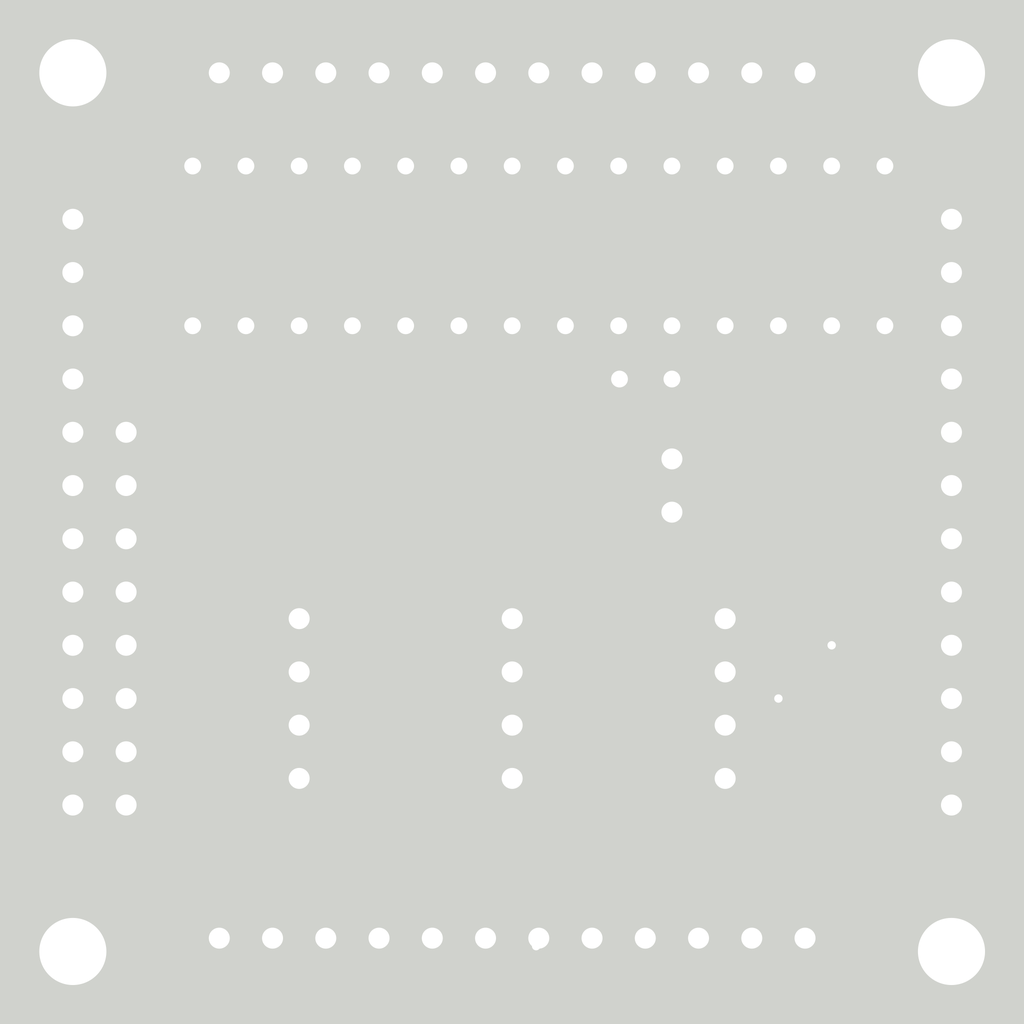
<source format=kicad_pcb>
(kicad_pcb (version 4) (host pcbnew 4.0.7+dfsg1-1~bpo9+1)

  (general
    (links 71)
    (no_connects 0)
    (area 124.46 82.55 173.990001 132.080001)
    (thickness 1.6)
    (drawings 35)
    (tracks 218)
    (zones 0)
    (modules 18)
    (nets 33)
  )

  (page A4)
  (layers
    (0 F.Cu signal)
    (31 B.Cu signal)
    (32 B.Adhes user)
    (33 F.Adhes user)
    (34 B.Paste user)
    (35 F.Paste user)
    (36 B.SilkS user)
    (37 F.SilkS user)
    (38 B.Mask user)
    (39 F.Mask user)
    (40 Dwgs.User user)
    (41 Cmts.User user)
    (42 Eco1.User user)
    (43 Eco2.User user)
    (44 Edge.Cuts user hide)
    (45 Margin user)
    (46 B.CrtYd user)
    (47 F.CrtYd user)
    (48 B.Fab user)
    (49 F.Fab user)
  )

  (setup
    (last_trace_width 0.25)
    (user_trace_width 0.5)
    (trace_clearance 0.2)
    (zone_clearance 0.508)
    (zone_45_only no)
    (trace_min 0.2)
    (segment_width 0.2)
    (edge_width 0.1)
    (via_size 0.6)
    (via_drill 0.4)
    (via_min_size 0.4)
    (via_min_drill 0.3)
    (uvia_size 0.3)
    (uvia_drill 0.1)
    (uvias_allowed no)
    (uvia_min_size 0.2)
    (uvia_min_drill 0.1)
    (pcb_text_width 0.3)
    (pcb_text_size 1.5 1.5)
    (mod_edge_width 0.15)
    (mod_text_size 1 1)
    (mod_text_width 0.15)
    (pad_size 1.5 1.5)
    (pad_drill 0.6)
    (pad_to_mask_clearance 0)
    (aux_axis_origin 0 0)
    (visible_elements FFFFFF7F)
    (pcbplotparams
      (layerselection 0x00030_80000001)
      (usegerberextensions false)
      (excludeedgelayer true)
      (linewidth 0.100000)
      (plotframeref false)
      (viasonmask false)
      (mode 1)
      (useauxorigin false)
      (hpglpennumber 1)
      (hpglpenspeed 20)
      (hpglpendiameter 15)
      (hpglpenoverlay 2)
      (psnegative false)
      (psa4output false)
      (plotreference true)
      (plotvalue true)
      (plotinvisibletext false)
      (padsonsilk false)
      (subtractmaskfromsilk false)
      (outputformat 1)
      (mirror false)
      (drillshape 1)
      (scaleselection 1)
      (outputdirectory ""))
  )

  (net 0 "")
  (net 1 /VIN)
  (net 2 /VCC)
  (net 3 /L0)
  (net 4 /L1)
  (net 5 /L2)
  (net 6 /L3)
  (net 7 /L4)
  (net 8 /L5)
  (net 9 /L6)
  (net 10 /L7)
  (net 11 "Net-(J1-Pad2)")
  (net 12 "Net-(J2-Pad2)")
  (net 13 "Net-(J3-Pad2)")
  (net 14 /GND)
  (net 15 /A7)
  (net 16 /A6)
  (net 17 /A5)
  (net 18 /A4)
  (net 19 /A3)
  (net 20 /A2)
  (net 21 /A1)
  (net 22 /A0)
  (net 23 /B7)
  (net 24 /B6)
  (net 25 /B5)
  (net 26 /B4)
  (net 27 /B3)
  (net 28 /B2)
  (net 29 /B1)
  (net 30 /B0)
  (net 31 /IA)
  (net 32 /IB)

  (net_class Default "This is the default net class."
    (clearance 0.2)
    (trace_width 0.25)
    (via_dia 0.6)
    (via_drill 0.4)
    (uvia_dia 0.3)
    (uvia_drill 0.1)
    (add_net /A0)
    (add_net /A1)
    (add_net /A2)
    (add_net /A3)
    (add_net /A4)
    (add_net /A5)
    (add_net /A6)
    (add_net /A7)
    (add_net /B0)
    (add_net /B1)
    (add_net /B2)
    (add_net /B3)
    (add_net /B4)
    (add_net /B5)
    (add_net /B6)
    (add_net /B7)
    (add_net /GND)
    (add_net /IA)
    (add_net /IB)
    (add_net /L0)
    (add_net /L1)
    (add_net /L2)
    (add_net /L3)
    (add_net /L4)
    (add_net /L5)
    (add_net /L6)
    (add_net /L7)
    (add_net /VCC)
    (add_net /VIN)
    (add_net "Net-(J1-Pad2)")
    (add_net "Net-(J2-Pad2)")
    (add_net "Net-(J3-Pad2)")
  )

  (module Socket_Strips:Socket_Strip_Straight_1x12_Pitch2.54mm (layer F.Cu) (tedit 5AE70B27) (tstamp 5AC7B350)
    (at 135.255 86.36 90)
    (descr "Through hole straight socket strip, 1x12, 2.54mm pitch, single row")
    (tags "Through hole socket strip THT 1x12 2.54mm single row")
    (path /5AC7BA28)
    (fp_text reference O2 (at 0 -2.33 90) (layer F.Fab)
      (effects (font (size 1 1) (thickness 0.15)))
    )
    (fp_text value Output (at 0 30.27 90) (layer F.Fab)
      (effects (font (size 1 1) (thickness 0.15)))
    )
    (fp_line (start -1.27 -1.27) (end -1.27 29.21) (layer F.Fab) (width 0.1))
    (fp_line (start -1.27 29.21) (end 1.27 29.21) (layer F.Fab) (width 0.1))
    (fp_line (start 1.27 29.21) (end 1.27 -1.27) (layer F.Fab) (width 0.1))
    (fp_line (start 1.27 -1.27) (end -1.27 -1.27) (layer F.Fab) (width 0.1))
    (fp_line (start -1.33 1.27) (end -1.33 29.27) (layer F.SilkS) (width 0.12))
    (fp_line (start -1.33 29.27) (end 1.33 29.27) (layer F.SilkS) (width 0.12))
    (fp_line (start 1.33 29.27) (end 1.33 1.27) (layer F.SilkS) (width 0.12))
    (fp_line (start 1.33 1.27) (end -1.33 1.27) (layer F.SilkS) (width 0.12))
    (fp_line (start -1.33 0) (end -1.33 -1.33) (layer F.SilkS) (width 0.12))
    (fp_line (start -1.33 -1.33) (end 0 -1.33) (layer F.SilkS) (width 0.12))
    (fp_line (start -1.8 -1.8) (end -1.8 29.75) (layer F.CrtYd) (width 0.05))
    (fp_line (start -1.8 29.75) (end 1.8 29.75) (layer F.CrtYd) (width 0.05))
    (fp_line (start 1.8 29.75) (end 1.8 -1.8) (layer F.CrtYd) (width 0.05))
    (fp_line (start 1.8 -1.8) (end -1.8 -1.8) (layer F.CrtYd) (width 0.05))
    (fp_text user %R (at 0 -2.33 90) (layer F.Fab)
      (effects (font (size 1 1) (thickness 0.15)))
    )
    (pad 1 thru_hole rect (at 0 0 90) (size 1.7 1.7) (drill 1) (layers *.Cu *.Mask)
      (net 1 /VIN))
    (pad 2 thru_hole oval (at 0 2.54 90) (size 1.7 1.7) (drill 1) (layers *.Cu *.Mask)
      (net 2 /VCC))
    (pad 3 thru_hole oval (at 0 5.08 90) (size 1.7 1.7) (drill 1) (layers *.Cu *.Mask)
      (net 14 /GND))
    (pad 4 thru_hole oval (at 0 7.62 90) (size 1.7 1.7) (drill 1) (layers *.Cu *.Mask))
    (pad 5 thru_hole oval (at 0 10.16 90) (size 1.7 1.7) (drill 1) (layers *.Cu *.Mask)
      (net 30 /B0))
    (pad 6 thru_hole oval (at 0 12.7 90) (size 1.7 1.7) (drill 1) (layers *.Cu *.Mask)
      (net 29 /B1))
    (pad 7 thru_hole oval (at 0 15.24 90) (size 1.7 1.7) (drill 1) (layers *.Cu *.Mask)
      (net 28 /B2))
    (pad 8 thru_hole oval (at 0 17.78 90) (size 1.7 1.7) (drill 1) (layers *.Cu *.Mask)
      (net 27 /B3))
    (pad 9 thru_hole oval (at 0 20.32 90) (size 1.7 1.7) (drill 1) (layers *.Cu *.Mask)
      (net 26 /B4))
    (pad 10 thru_hole oval (at 0 22.86 90) (size 1.7 1.7) (drill 1) (layers *.Cu *.Mask)
      (net 25 /B5))
    (pad 11 thru_hole oval (at 0 25.4 90) (size 1.7 1.7) (drill 1) (layers *.Cu *.Mask)
      (net 24 /B6))
    (pad 12 thru_hole oval (at 0 27.94 90) (size 1.7 1.7) (drill 1) (layers *.Cu *.Mask)
      (net 23 /B7))
    (model ${KISYS3DMOD}/Socket_Strips.3dshapes/Socket_Strip_Straight_1x12_Pitch2.54mm.wrl
      (at (xyz 0 -0.55 0))
      (scale (xyz 1 1 1))
      (rotate (xyz 0 0 270))
    )
  )

  (module Housings_DIP:DIP-28_W7.62mm (layer F.Cu) (tedit 5AE706B2) (tstamp 5AC33095)
    (at 133.985 98.425 90)
    (descr "28-lead dip package, row spacing 7.62 mm (300 mils)")
    (tags "DIL DIP PDIP 2.54mm 7.62mm 300mil")
    (path /5AC32B7F)
    (fp_text reference U1 (at 3.81 0.635 90) (layer F.Fab)
      (effects (font (size 1 1) (thickness 0.15)))
    )
    (fp_text value MCP23017 (at 3.81 35.41 90) (layer F.Fab)
      (effects (font (size 1 1) (thickness 0.15)))
    )
    (fp_text user %R (at 3.81 16.51 90) (layer F.Fab)
      (effects (font (size 1 1) (thickness 0.15)))
    )
    (fp_line (start 1.635 -1.27) (end 6.985 -1.27) (layer F.Fab) (width 0.1))
    (fp_line (start 6.985 -1.27) (end 6.985 34.29) (layer F.Fab) (width 0.1))
    (fp_line (start 6.985 34.29) (end 0.635 34.29) (layer F.Fab) (width 0.1))
    (fp_line (start 0.635 34.29) (end 0.635 -0.27) (layer F.Fab) (width 0.1))
    (fp_line (start 0.635 -0.27) (end 1.635 -1.27) (layer F.Fab) (width 0.1))
    (fp_line (start 2.81 -1.39) (end 1.04 -1.39) (layer F.SilkS) (width 0.12))
    (fp_line (start 1.04 -1.39) (end 1.04 34.41) (layer F.SilkS) (width 0.12))
    (fp_line (start 1.04 34.41) (end 6.58 34.41) (layer F.SilkS) (width 0.12))
    (fp_line (start 6.58 34.41) (end 6.58 -1.39) (layer F.SilkS) (width 0.12))
    (fp_line (start 6.58 -1.39) (end 4.81 -1.39) (layer F.SilkS) (width 0.12))
    (fp_line (start -1.1 -1.6) (end -1.1 34.6) (layer F.CrtYd) (width 0.05))
    (fp_line (start -1.1 34.6) (end 8.7 34.6) (layer F.CrtYd) (width 0.05))
    (fp_line (start 8.7 34.6) (end 8.7 -1.6) (layer F.CrtYd) (width 0.05))
    (fp_line (start 8.7 -1.6) (end -1.1 -1.6) (layer F.CrtYd) (width 0.05))
    (fp_arc (start 3.81 -1.39) (end 2.81 -1.39) (angle -180) (layer F.SilkS) (width 0.12))
    (pad 1 thru_hole rect (at 0 0 90) (size 1.6 1.6) (drill 0.8) (layers *.Cu *.Mask)
      (net 30 /B0))
    (pad 15 thru_hole oval (at 7.62 33.02 90) (size 1.6 1.6) (drill 0.8) (layers *.Cu *.Mask)
      (net 11 "Net-(J1-Pad2)"))
    (pad 2 thru_hole oval (at 0 2.54 90) (size 1.6 1.6) (drill 0.8) (layers *.Cu *.Mask)
      (net 29 /B1))
    (pad 16 thru_hole oval (at 7.62 30.48 90) (size 1.6 1.6) (drill 0.8) (layers *.Cu *.Mask)
      (net 12 "Net-(J2-Pad2)"))
    (pad 3 thru_hole oval (at 0 5.08 90) (size 1.6 1.6) (drill 0.8) (layers *.Cu *.Mask)
      (net 28 /B2))
    (pad 17 thru_hole oval (at 7.62 27.94 90) (size 1.6 1.6) (drill 0.8) (layers *.Cu *.Mask)
      (net 13 "Net-(J3-Pad2)"))
    (pad 4 thru_hole oval (at 0 7.62 90) (size 1.6 1.6) (drill 0.8) (layers *.Cu *.Mask)
      (net 27 /B3))
    (pad 18 thru_hole oval (at 7.62 25.4 90) (size 1.6 1.6) (drill 0.8) (layers *.Cu *.Mask)
      (net 2 /VCC))
    (pad 5 thru_hole oval (at 0 10.16 90) (size 1.6 1.6) (drill 0.8) (layers *.Cu *.Mask)
      (net 26 /B4))
    (pad 19 thru_hole oval (at 7.62 22.86 90) (size 1.6 1.6) (drill 0.8) (layers *.Cu *.Mask)
      (net 32 /IB))
    (pad 6 thru_hole oval (at 0 12.7 90) (size 1.6 1.6) (drill 0.8) (layers *.Cu *.Mask)
      (net 25 /B5))
    (pad 20 thru_hole oval (at 7.62 20.32 90) (size 1.6 1.6) (drill 0.8) (layers *.Cu *.Mask)
      (net 31 /IA))
    (pad 7 thru_hole oval (at 0 15.24 90) (size 1.6 1.6) (drill 0.8) (layers *.Cu *.Mask)
      (net 24 /B6))
    (pad 21 thru_hole oval (at 7.62 17.78 90) (size 1.6 1.6) (drill 0.8) (layers *.Cu *.Mask)
      (net 22 /A0))
    (pad 8 thru_hole oval (at 0 17.78 90) (size 1.6 1.6) (drill 0.8) (layers *.Cu *.Mask)
      (net 23 /B7))
    (pad 22 thru_hole oval (at 7.62 15.24 90) (size 1.6 1.6) (drill 0.8) (layers *.Cu *.Mask)
      (net 21 /A1))
    (pad 9 thru_hole oval (at 0 20.32 90) (size 1.6 1.6) (drill 0.8) (layers *.Cu *.Mask)
      (net 2 /VCC))
    (pad 23 thru_hole oval (at 7.62 12.7 90) (size 1.6 1.6) (drill 0.8) (layers *.Cu *.Mask)
      (net 20 /A2))
    (pad 10 thru_hole oval (at 0 22.86 90) (size 1.6 1.6) (drill 0.8) (layers *.Cu *.Mask)
      (net 14 /GND))
    (pad 24 thru_hole oval (at 7.62 10.16 90) (size 1.6 1.6) (drill 0.8) (layers *.Cu *.Mask)
      (net 19 /A3))
    (pad 11 thru_hole oval (at 0 25.4 90) (size 1.6 1.6) (drill 0.8) (layers *.Cu *.Mask))
    (pad 25 thru_hole oval (at 7.62 7.62 90) (size 1.6 1.6) (drill 0.8) (layers *.Cu *.Mask)
      (net 18 /A4))
    (pad 12 thru_hole oval (at 0 27.94 90) (size 1.6 1.6) (drill 0.8) (layers *.Cu *.Mask)
      (net 8 /L5))
    (pad 26 thru_hole oval (at 7.62 5.08 90) (size 1.6 1.6) (drill 0.8) (layers *.Cu *.Mask)
      (net 17 /A5))
    (pad 13 thru_hole oval (at 0 30.48 90) (size 1.6 1.6) (drill 0.8) (layers *.Cu *.Mask)
      (net 7 /L4))
    (pad 27 thru_hole oval (at 7.62 2.54 90) (size 1.6 1.6) (drill 0.8) (layers *.Cu *.Mask)
      (net 16 /A6))
    (pad 14 thru_hole oval (at 0 33.02 90) (size 1.6 1.6) (drill 0.8) (layers *.Cu *.Mask))
    (pad 28 thru_hole oval (at 7.62 0 90) (size 1.6 1.6) (drill 0.8) (layers *.Cu *.Mask)
      (net 15 /A7))
    (model ${KISYS3DMOD}/Housings_DIP.3dshapes/DIP-28_W7.62mm.wrl
      (at (xyz 0 0 0))
      (scale (xyz 1 1 1))
      (rotate (xyz 0 0 0))
    )
  )

  (module Socket_Strips:Socket_Strip_Straight_1x12_Pitch2.54mm (layer F.Cu) (tedit 5AE70AB4) (tstamp 5AC7B332)
    (at 163.195 127.635 270)
    (descr "Through hole straight socket strip, 1x12, 2.54mm pitch, single row")
    (tags "Through hole socket strip THT 1x12 2.54mm single row")
    (path /5AC7B49B)
    (fp_text reference O1 (at -2.54 0 360) (layer F.Fab)
      (effects (font (size 1 1) (thickness 0.15)))
    )
    (fp_text value Output (at 0 30.27 270) (layer F.Fab)
      (effects (font (size 1 1) (thickness 0.15)))
    )
    (fp_line (start -1.27 -1.27) (end -1.27 29.21) (layer F.Fab) (width 0.1))
    (fp_line (start -1.27 29.21) (end 1.27 29.21) (layer F.Fab) (width 0.1))
    (fp_line (start 1.27 29.21) (end 1.27 -1.27) (layer F.Fab) (width 0.1))
    (fp_line (start 1.27 -1.27) (end -1.27 -1.27) (layer F.Fab) (width 0.1))
    (fp_line (start -1.33 1.27) (end -1.33 29.27) (layer F.SilkS) (width 0.12))
    (fp_line (start -1.33 29.27) (end 1.33 29.27) (layer F.SilkS) (width 0.12))
    (fp_line (start 1.33 29.27) (end 1.33 1.27) (layer F.SilkS) (width 0.12))
    (fp_line (start 1.33 1.27) (end -1.33 1.27) (layer F.SilkS) (width 0.12))
    (fp_line (start -1.33 0) (end -1.33 -1.33) (layer F.SilkS) (width 0.12))
    (fp_line (start -1.33 -1.33) (end 0 -1.33) (layer F.SilkS) (width 0.12))
    (fp_line (start -1.8 -1.8) (end -1.8 29.75) (layer F.CrtYd) (width 0.05))
    (fp_line (start -1.8 29.75) (end 1.8 29.75) (layer F.CrtYd) (width 0.05))
    (fp_line (start 1.8 29.75) (end 1.8 -1.8) (layer F.CrtYd) (width 0.05))
    (fp_line (start 1.8 -1.8) (end -1.8 -1.8) (layer F.CrtYd) (width 0.05))
    (fp_text user %R (at 0 -2.33 270) (layer F.Fab)
      (effects (font (size 1 1) (thickness 0.15)))
    )
    (pad 1 thru_hole rect (at 0 0 270) (size 1.7 1.7) (drill 1) (layers *.Cu *.Mask)
      (net 1 /VIN))
    (pad 2 thru_hole oval (at 0 2.54 270) (size 1.7 1.7) (drill 1) (layers *.Cu *.Mask)
      (net 2 /VCC))
    (pad 3 thru_hole oval (at 0 5.08 270) (size 1.7 1.7) (drill 1) (layers *.Cu *.Mask)
      (net 14 /GND))
    (pad 4 thru_hole oval (at 0 7.62 270) (size 1.7 1.7) (drill 1) (layers *.Cu *.Mask))
    (pad 5 thru_hole oval (at 0 10.16 270) (size 1.7 1.7) (drill 1) (layers *.Cu *.Mask)
      (net 22 /A0))
    (pad 6 thru_hole oval (at 0 12.7 270) (size 1.7 1.7) (drill 1) (layers *.Cu *.Mask)
      (net 21 /A1))
    (pad 7 thru_hole oval (at 0 15.24 270) (size 1.7 1.7) (drill 1) (layers *.Cu *.Mask)
      (net 20 /A2))
    (pad 8 thru_hole oval (at 0 17.78 270) (size 1.7 1.7) (drill 1) (layers *.Cu *.Mask)
      (net 19 /A3))
    (pad 9 thru_hole oval (at 0 20.32 270) (size 1.7 1.7) (drill 1) (layers *.Cu *.Mask)
      (net 18 /A4))
    (pad 10 thru_hole oval (at 0 22.86 270) (size 1.7 1.7) (drill 1) (layers *.Cu *.Mask)
      (net 17 /A5))
    (pad 11 thru_hole oval (at 0 25.4 270) (size 1.7 1.7) (drill 1) (layers *.Cu *.Mask)
      (net 16 /A6))
    (pad 12 thru_hole oval (at 0 27.94 270) (size 1.7 1.7) (drill 1) (layers *.Cu *.Mask)
      (net 15 /A7))
    (model ${KISYS3DMOD}/Socket_Strips.3dshapes/Socket_Strip_Straight_1x12_Pitch2.54mm.wrl
      (at (xyz 0 -0.55 0))
      (scale (xyz 1 1 1))
      (rotate (xyz 0 0 270))
    )
  )

  (module Mounting_Holes:MountingHole_3.2mm_M3 (layer F.Cu) (tedit 5AE70ADD) (tstamp 5ACA4CBC)
    (at 128.27 86.36)
    (descr "Mounting Hole 3.2mm, no annular, M3")
    (tags "mounting hole 3.2mm no annular m3")
    (fp_text reference M3 (at 0 2.54) (layer F.Fab)
      (effects (font (size 1 1) (thickness 0.15)))
    )
    (fp_text value "" (at 0 4.2) (layer F.Fab) hide
      (effects (font (size 1 1) (thickness 0.15)))
    )
    (fp_circle (center 0 0) (end 3.2 0) (layer Cmts.User) (width 0.15))
    (fp_circle (center 0 0) (end 3.45 0) (layer F.CrtYd) (width 0.05))
    (pad 1 np_thru_hole circle (at 0 0) (size 3.2 3.2) (drill 3.2) (layers *.Cu *.Mask))
  )

  (module Mounting_Holes:MountingHole_3.2mm_M3 (layer F.Cu) (tedit 5AE70ADA) (tstamp 5ACA4CC9)
    (at 170.18 86.36)
    (descr "Mounting Hole 3.2mm, no annular, M3")
    (tags "mounting hole 3.2mm no annular m3")
    (fp_text reference M3 (at 0 2.54) (layer F.Fab)
      (effects (font (size 1 1) (thickness 0.15)))
    )
    (fp_text value "" (at 0 4.2) (layer F.Fab) hide
      (effects (font (size 1 1) (thickness 0.15)))
    )
    (fp_circle (center 0 0) (end 3.2 0) (layer Cmts.User) (width 0.15))
    (fp_circle (center 0 0) (end 3.45 0) (layer F.CrtYd) (width 0.05))
    (pad 1 np_thru_hole circle (at 0 0) (size 3.2 3.2) (drill 3.2) (layers *.Cu *.Mask))
  )

  (module Mounting_Holes:MountingHole_3.2mm_M3 (layer F.Cu) (tedit 5AC24739) (tstamp 5ACA4CD6)
    (at 170.18 128.27)
    (descr "Mounting Hole 3.2mm, no annular, M3")
    (tags "mounting hole 3.2mm no annular m3")
    (fp_text reference "" (at 0 -4.2) (layer F.SilkS) hide
      (effects (font (size 1 1) (thickness 0.15)))
    )
    (fp_text value M3 (at -3.175 0) (layer F.Fab)
      (effects (font (size 1 1) (thickness 0.15)))
    )
    (fp_circle (center 0 0) (end 3.2 0) (layer Cmts.User) (width 0.15))
    (fp_circle (center 0 0) (end 3.45 0) (layer F.CrtYd) (width 0.05))
    (pad 1 np_thru_hole circle (at 0 0) (size 3.2 3.2) (drill 3.2) (layers *.Cu *.Mask))
  )

  (module Mounting_Holes:MountingHole_3.2mm_M3 (layer F.Cu) (tedit 5AC24710) (tstamp 5ACA4CE3)
    (at 128.27 128.27)
    (descr "Mounting Hole 3.2mm, no annular, M3")
    (tags "mounting hole 3.2mm no annular m3")
    (fp_text reference "" (at 0 -4.2) (layer F.SilkS) hide
      (effects (font (size 1 1) (thickness 0.15)))
    )
    (fp_text value M3 (at 3.175 0) (layer F.Fab)
      (effects (font (size 1 1) (thickness 0.15)))
    )
    (fp_circle (center 0 0) (end 3.2 0) (layer Cmts.User) (width 0.15))
    (fp_circle (center 0 0) (end 3.45 0) (layer F.CrtYd) (width 0.05))
    (pad 1 np_thru_hole circle (at 0 0) (size 3.2 3.2) (drill 3.2) (layers *.Cu *.Mask))
  )

  (module Pin_Headers:Pin_Header_Straight_1x08_Pitch2.54mm (layer F.Cu) (tedit 5AE70B4E) (tstamp 5AC34CAF)
    (at 130.81 103.505)
    (descr "Through hole straight pin header, 1x08, 2.54mm pitch, single row")
    (tags "Through hole pin header THT 1x08 2.54mm single row")
    (path /5AC34BA3)
    (fp_text reference H1 (at 0 -2.33) (layer F.Fab)
      (effects (font (size 1 1) (thickness 0.15)))
    )
    (fp_text value Headers8 (at 0 20.11) (layer F.Fab)
      (effects (font (size 1 1) (thickness 0.15)))
    )
    (fp_line (start -0.635 -1.27) (end 1.27 -1.27) (layer F.Fab) (width 0.1))
    (fp_line (start 1.27 -1.27) (end 1.27 19.05) (layer F.Fab) (width 0.1))
    (fp_line (start 1.27 19.05) (end -1.27 19.05) (layer F.Fab) (width 0.1))
    (fp_line (start -1.27 19.05) (end -1.27 -0.635) (layer F.Fab) (width 0.1))
    (fp_line (start -1.27 -0.635) (end -0.635 -1.27) (layer F.Fab) (width 0.1))
    (fp_line (start -1.33 19.11) (end 1.33 19.11) (layer F.SilkS) (width 0.12))
    (fp_line (start -1.33 1.27) (end -1.33 19.11) (layer F.SilkS) (width 0.12))
    (fp_line (start 1.33 1.27) (end 1.33 19.11) (layer F.SilkS) (width 0.12))
    (fp_line (start -1.33 1.27) (end 1.33 1.27) (layer F.SilkS) (width 0.12))
    (fp_line (start -1.33 0) (end -1.33 -1.33) (layer F.SilkS) (width 0.12))
    (fp_line (start -1.33 -1.33) (end 0 -1.33) (layer F.SilkS) (width 0.12))
    (fp_line (start -1.8 -1.8) (end -1.8 19.55) (layer F.CrtYd) (width 0.05))
    (fp_line (start -1.8 19.55) (end 1.8 19.55) (layer F.CrtYd) (width 0.05))
    (fp_line (start 1.8 19.55) (end 1.8 -1.8) (layer F.CrtYd) (width 0.05))
    (fp_line (start 1.8 -1.8) (end -1.8 -1.8) (layer F.CrtYd) (width 0.05))
    (fp_text user %R (at 0 8.89 90) (layer F.Fab)
      (effects (font (size 1 1) (thickness 0.15)))
    )
    (pad 1 thru_hole rect (at 0 0) (size 1.7 1.7) (drill 1) (layers *.Cu *.Mask)
      (net 3 /L0))
    (pad 2 thru_hole oval (at 0 2.54) (size 1.7 1.7) (drill 1) (layers *.Cu *.Mask)
      (net 4 /L1))
    (pad 3 thru_hole oval (at 0 5.08) (size 1.7 1.7) (drill 1) (layers *.Cu *.Mask)
      (net 5 /L2))
    (pad 4 thru_hole oval (at 0 7.62) (size 1.7 1.7) (drill 1) (layers *.Cu *.Mask)
      (net 6 /L3))
    (pad 5 thru_hole oval (at 0 10.16) (size 1.7 1.7) (drill 1) (layers *.Cu *.Mask)
      (net 7 /L4))
    (pad 6 thru_hole oval (at 0 12.7) (size 1.7 1.7) (drill 1) (layers *.Cu *.Mask)
      (net 8 /L5))
    (pad 7 thru_hole oval (at 0 15.24) (size 1.7 1.7) (drill 1) (layers *.Cu *.Mask)
      (net 9 /L6))
    (pad 8 thru_hole oval (at 0 17.78) (size 1.7 1.7) (drill 1) (layers *.Cu *.Mask)
      (net 10 /L7))
    (model ${KISYS3DMOD}/Pin_Headers.3dshapes/Pin_Header_Straight_1x08_Pitch2.54mm.wrl
      (at (xyz 0 0 0))
      (scale (xyz 1 1 1))
      (rotate (xyz 0 0 0))
    )
  )

  (module Connectors:GS3 (layer B.Cu) (tedit 5AE70F2D) (tstamp 5AC7B025)
    (at 167.005 94.615 180)
    (descr "3-pin solder bridge")
    (tags "solder bridge")
    (path /5AC7B0E5)
    (attr smd)
    (fp_text reference J1 (at -1.905 0 180) (layer B.SilkS)
      (effects (font (size 1 1) (thickness 0.15)) (justify mirror))
    )
    (fp_text value GS3 (at 1.8 0 450) (layer B.Fab)
      (effects (font (size 1 1) (thickness 0.15)) (justify mirror))
    )
    (fp_line (start -1.15 2.15) (end 1.15 2.15) (layer B.CrtYd) (width 0.05))
    (fp_line (start 1.15 2.15) (end 1.15 -2.15) (layer B.CrtYd) (width 0.05))
    (fp_line (start 1.15 -2.15) (end -1.15 -2.15) (layer B.CrtYd) (width 0.05))
    (fp_line (start -1.15 -2.15) (end -1.15 2.15) (layer B.CrtYd) (width 0.05))
    (fp_line (start -0.89 1.91) (end -0.89 -1.91) (layer B.SilkS) (width 0.12))
    (fp_line (start -0.89 -1.91) (end 0.89 -1.91) (layer B.SilkS) (width 0.12))
    (fp_line (start 0.89 -1.91) (end 0.89 1.91) (layer B.SilkS) (width 0.12))
    (fp_line (start -0.89 1.91) (end 0.89 1.91) (layer B.SilkS) (width 0.12))
    (pad 1 smd rect (at 0 1.27 180) (size 1.27 0.97) (layers B.Cu B.Paste B.Mask)
      (net 2 /VCC))
    (pad 2 smd rect (at 0 0 180) (size 1.27 0.97) (layers B.Cu B.Paste B.Mask)
      (net 11 "Net-(J1-Pad2)"))
    (pad 3 smd rect (at 0 -1.27 180) (size 1.27 0.97) (layers B.Cu B.Paste B.Mask)
      (net 14 /GND))
  )

  (module Connectors:GS3 (layer B.Cu) (tedit 5AE70F29) (tstamp 5AC7B034)
    (at 163.195 94.615 180)
    (descr "3-pin solder bridge")
    (tags "solder bridge")
    (path /5AC7B1FC)
    (attr smd)
    (fp_text reference J2 (at -1.905 0 180) (layer B.SilkS)
      (effects (font (size 1 1) (thickness 0.15)) (justify mirror))
    )
    (fp_text value GS3 (at 1.8 0 450) (layer B.Fab)
      (effects (font (size 1 1) (thickness 0.15)) (justify mirror))
    )
    (fp_line (start -1.15 2.15) (end 1.15 2.15) (layer B.CrtYd) (width 0.05))
    (fp_line (start 1.15 2.15) (end 1.15 -2.15) (layer B.CrtYd) (width 0.05))
    (fp_line (start 1.15 -2.15) (end -1.15 -2.15) (layer B.CrtYd) (width 0.05))
    (fp_line (start -1.15 -2.15) (end -1.15 2.15) (layer B.CrtYd) (width 0.05))
    (fp_line (start -0.89 1.91) (end -0.89 -1.91) (layer B.SilkS) (width 0.12))
    (fp_line (start -0.89 -1.91) (end 0.89 -1.91) (layer B.SilkS) (width 0.12))
    (fp_line (start 0.89 -1.91) (end 0.89 1.91) (layer B.SilkS) (width 0.12))
    (fp_line (start -0.89 1.91) (end 0.89 1.91) (layer B.SilkS) (width 0.12))
    (pad 1 smd rect (at 0 1.27 180) (size 1.27 0.97) (layers B.Cu B.Paste B.Mask)
      (net 2 /VCC))
    (pad 2 smd rect (at 0 0 180) (size 1.27 0.97) (layers B.Cu B.Paste B.Mask)
      (net 12 "Net-(J2-Pad2)"))
    (pad 3 smd rect (at 0 -1.27 180) (size 1.27 0.97) (layers B.Cu B.Paste B.Mask)
      (net 14 /GND))
  )

  (module Connectors:GS3 (layer B.Cu) (tedit 5AE70F24) (tstamp 5AC7B043)
    (at 159.385 94.615 180)
    (descr "3-pin solder bridge")
    (tags "solder bridge")
    (path /5AC7B231)
    (attr smd)
    (fp_text reference J3 (at -1.905 0 180) (layer B.SilkS)
      (effects (font (size 1 1) (thickness 0.15)) (justify mirror))
    )
    (fp_text value GS3 (at 1.8 0 450) (layer B.Fab)
      (effects (font (size 1 1) (thickness 0.15)) (justify mirror))
    )
    (fp_line (start -1.15 2.15) (end 1.15 2.15) (layer B.CrtYd) (width 0.05))
    (fp_line (start 1.15 2.15) (end 1.15 -2.15) (layer B.CrtYd) (width 0.05))
    (fp_line (start 1.15 -2.15) (end -1.15 -2.15) (layer B.CrtYd) (width 0.05))
    (fp_line (start -1.15 -2.15) (end -1.15 2.15) (layer B.CrtYd) (width 0.05))
    (fp_line (start -0.89 1.91) (end -0.89 -1.91) (layer B.SilkS) (width 0.12))
    (fp_line (start -0.89 -1.91) (end 0.89 -1.91) (layer B.SilkS) (width 0.12))
    (fp_line (start 0.89 -1.91) (end 0.89 1.91) (layer B.SilkS) (width 0.12))
    (fp_line (start -0.89 1.91) (end 0.89 1.91) (layer B.SilkS) (width 0.12))
    (pad 1 smd rect (at 0 1.27 180) (size 1.27 0.97) (layers B.Cu B.Paste B.Mask)
      (net 2 /VCC))
    (pad 2 smd rect (at 0 0 180) (size 1.27 0.97) (layers B.Cu B.Paste B.Mask)
      (net 13 "Net-(J3-Pad2)"))
    (pad 3 smd rect (at 0 -1.27 180) (size 1.27 0.97) (layers B.Cu B.Paste B.Mask)
      (net 14 /GND))
  )

  (module Pin_Headers:Pin_Header_Straight_1x04_Pitch2.54mm (layer F.Cu) (tedit 5AE6FB7E) (tstamp 5AC7B100)
    (at 159.385 120.015 180)
    (descr "Through hole straight pin header, 1x04, 2.54mm pitch, single row")
    (tags "Through hole pin header THT 1x04 2.54mm single row")
    (path /5AC33E90)
    (fp_text reference I2C1 (at 0 -2.33 180) (layer F.Fab)
      (effects (font (size 1 1) (thickness 0.15)))
    )
    (fp_text value I2CHeader (at 0 9.95 180) (layer F.Fab)
      (effects (font (size 1 1) (thickness 0.15)))
    )
    (fp_line (start -0.635 -1.27) (end 1.27 -1.27) (layer F.Fab) (width 0.1))
    (fp_line (start 1.27 -1.27) (end 1.27 8.89) (layer F.Fab) (width 0.1))
    (fp_line (start 1.27 8.89) (end -1.27 8.89) (layer F.Fab) (width 0.1))
    (fp_line (start -1.27 8.89) (end -1.27 -0.635) (layer F.Fab) (width 0.1))
    (fp_line (start -1.27 -0.635) (end -0.635 -1.27) (layer F.Fab) (width 0.1))
    (fp_line (start -1.33 8.95) (end 1.33 8.95) (layer F.SilkS) (width 0.12))
    (fp_line (start -1.33 1.27) (end -1.33 8.95) (layer F.SilkS) (width 0.12))
    (fp_line (start 1.33 1.27) (end 1.33 8.95) (layer F.SilkS) (width 0.12))
    (fp_line (start -1.33 1.27) (end 1.33 1.27) (layer F.SilkS) (width 0.12))
    (fp_line (start -1.33 0) (end -1.33 -1.33) (layer F.SilkS) (width 0.12))
    (fp_line (start -1.33 -1.33) (end 0 -1.33) (layer F.SilkS) (width 0.12))
    (fp_line (start -1.8 -1.8) (end -1.8 9.4) (layer F.CrtYd) (width 0.05))
    (fp_line (start -1.8 9.4) (end 1.8 9.4) (layer F.CrtYd) (width 0.05))
    (fp_line (start 1.8 9.4) (end 1.8 -1.8) (layer F.CrtYd) (width 0.05))
    (fp_line (start 1.8 -1.8) (end -1.8 -1.8) (layer F.CrtYd) (width 0.05))
    (fp_text user %R (at 0 3.81 270) (layer F.Fab)
      (effects (font (size 1 1) (thickness 0.15)))
    )
    (pad 1 thru_hole rect (at 0 0 180) (size 1.7 1.7) (drill 1) (layers *.Cu *.Mask)
      (net 14 /GND))
    (pad 2 thru_hole oval (at 0 2.54 180) (size 1.7 1.7) (drill 1) (layers *.Cu *.Mask)
      (net 2 /VCC))
    (pad 3 thru_hole oval (at 0 5.08 180) (size 1.7 1.7) (drill 1) (layers *.Cu *.Mask)
      (net 8 /L5))
    (pad 4 thru_hole oval (at 0 7.62 180) (size 1.7 1.7) (drill 1) (layers *.Cu *.Mask)
      (net 7 /L4))
    (model ${KISYS3DMOD}/Pin_Headers.3dshapes/Pin_Header_Straight_1x04_Pitch2.54mm.wrl
      (at (xyz 0 0 0))
      (scale (xyz 1 1 1))
      (rotate (xyz 0 0 0))
    )
  )

  (module Socket_Strips:Socket_Strip_Straight_1x12_Pitch2.54mm (layer F.Cu) (tedit 5AE70CE6) (tstamp 5AC7B36E)
    (at 170.18 93.345)
    (descr "Through hole straight socket strip, 1x12, 2.54mm pitch, single row")
    (tags "Through hole socket strip THT 1x12 2.54mm single row")
    (path /5AC7BD75)
    (fp_text reference O3 (at 0 -2.33) (layer F.Fab)
      (effects (font (size 1 1) (thickness 0.15)))
    )
    (fp_text value SerialOutput (at 1.905 20.32 90) (layer F.Fab)
      (effects (font (size 1 1) (thickness 0.15)))
    )
    (fp_line (start -1.27 -1.27) (end -1.27 29.21) (layer F.Fab) (width 0.1))
    (fp_line (start -1.27 29.21) (end 1.27 29.21) (layer F.Fab) (width 0.1))
    (fp_line (start 1.27 29.21) (end 1.27 -1.27) (layer F.Fab) (width 0.1))
    (fp_line (start 1.27 -1.27) (end -1.27 -1.27) (layer F.Fab) (width 0.1))
    (fp_line (start -1.33 1.27) (end -1.33 29.27) (layer F.SilkS) (width 0.12))
    (fp_line (start -1.33 29.27) (end 1.33 29.27) (layer F.SilkS) (width 0.12))
    (fp_line (start 1.33 29.27) (end 1.33 1.27) (layer F.SilkS) (width 0.12))
    (fp_line (start 1.33 1.27) (end -1.33 1.27) (layer F.SilkS) (width 0.12))
    (fp_line (start -1.33 0) (end -1.33 -1.33) (layer F.SilkS) (width 0.12))
    (fp_line (start -1.33 -1.33) (end 0 -1.33) (layer F.SilkS) (width 0.12))
    (fp_line (start -1.8 -1.8) (end -1.8 29.75) (layer F.CrtYd) (width 0.05))
    (fp_line (start -1.8 29.75) (end 1.8 29.75) (layer F.CrtYd) (width 0.05))
    (fp_line (start 1.8 29.75) (end 1.8 -1.8) (layer F.CrtYd) (width 0.05))
    (fp_line (start 1.8 -1.8) (end -1.8 -1.8) (layer F.CrtYd) (width 0.05))
    (fp_text user %R (at 0 -2.33) (layer F.Fab)
      (effects (font (size 1 1) (thickness 0.15)))
    )
    (pad 1 thru_hole rect (at 0 0) (size 1.7 1.7) (drill 1) (layers *.Cu *.Mask)
      (net 1 /VIN))
    (pad 2 thru_hole oval (at 0 2.54) (size 1.7 1.7) (drill 1) (layers *.Cu *.Mask)
      (net 2 /VCC))
    (pad 3 thru_hole oval (at 0 5.08) (size 1.7 1.7) (drill 1) (layers *.Cu *.Mask)
      (net 14 /GND))
    (pad 4 thru_hole oval (at 0 7.62) (size 1.7 1.7) (drill 1) (layers *.Cu *.Mask))
    (pad 5 thru_hole oval (at 0 10.16) (size 1.7 1.7) (drill 1) (layers *.Cu *.Mask)
      (net 3 /L0))
    (pad 6 thru_hole oval (at 0 12.7) (size 1.7 1.7) (drill 1) (layers *.Cu *.Mask)
      (net 4 /L1))
    (pad 7 thru_hole oval (at 0 15.24) (size 1.7 1.7) (drill 1) (layers *.Cu *.Mask)
      (net 5 /L2))
    (pad 8 thru_hole oval (at 0 17.78) (size 1.7 1.7) (drill 1) (layers *.Cu *.Mask)
      (net 6 /L3))
    (pad 9 thru_hole oval (at 0 20.32) (size 1.7 1.7) (drill 1) (layers *.Cu *.Mask)
      (net 7 /L4))
    (pad 10 thru_hole oval (at 0 22.86) (size 1.7 1.7) (drill 1) (layers *.Cu *.Mask)
      (net 8 /L5))
    (pad 11 thru_hole oval (at 0 25.4) (size 1.7 1.7) (drill 1) (layers *.Cu *.Mask)
      (net 9 /L6))
    (pad 12 thru_hole oval (at 0 27.94) (size 1.7 1.7) (drill 1) (layers *.Cu *.Mask)
      (net 10 /L7))
    (model ${KISYS3DMOD}/Socket_Strips.3dshapes/Socket_Strip_Straight_1x12_Pitch2.54mm.wrl
      (at (xyz 0 -0.55 0))
      (scale (xyz 1 1 1))
      (rotate (xyz 0 0 270))
    )
  )

  (module Socket_Strips:Socket_Strip_Straight_1x12_Pitch2.54mm (layer F.Cu) (tedit 5AE71252) (tstamp 5AC7BA58)
    (at 128.27 93.345)
    (descr "Through hole straight socket strip, 1x12, 2.54mm pitch, single row")
    (tags "Through hole socket strip THT 1x12 2.54mm single row")
    (path /5AC7BF99)
    (fp_text reference I1 (at 0 -2.33) (layer F.Fab)
      (effects (font (size 1 1) (thickness 0.15)))
    )
    (fp_text value SerialInput (at -1.905 20.955 90) (layer F.Fab)
      (effects (font (size 1 1) (thickness 0.15)))
    )
    (fp_line (start -1.27 -1.27) (end -1.27 29.21) (layer F.Fab) (width 0.1))
    (fp_line (start -1.27 29.21) (end 1.27 29.21) (layer F.Fab) (width 0.1))
    (fp_line (start 1.27 29.21) (end 1.27 -1.27) (layer F.Fab) (width 0.1))
    (fp_line (start 1.27 -1.27) (end -1.27 -1.27) (layer F.Fab) (width 0.1))
    (fp_line (start -1.33 1.27) (end -1.33 29.27) (layer F.SilkS) (width 0.12))
    (fp_line (start -1.33 29.27) (end 1.33 29.27) (layer F.SilkS) (width 0.12))
    (fp_line (start 1.33 29.27) (end 1.33 1.27) (layer F.SilkS) (width 0.12))
    (fp_line (start 1.33 1.27) (end -1.33 1.27) (layer F.SilkS) (width 0.12))
    (fp_line (start -1.33 0) (end -1.33 -1.33) (layer F.SilkS) (width 0.12))
    (fp_line (start -1.33 -1.33) (end 0 -1.33) (layer F.SilkS) (width 0.12))
    (fp_line (start -1.8 -1.8) (end -1.8 29.75) (layer F.CrtYd) (width 0.05))
    (fp_line (start -1.8 29.75) (end 1.8 29.75) (layer F.CrtYd) (width 0.05))
    (fp_line (start 1.8 29.75) (end 1.8 -1.8) (layer F.CrtYd) (width 0.05))
    (fp_line (start 1.8 -1.8) (end -1.8 -1.8) (layer F.CrtYd) (width 0.05))
    (fp_text user %R (at 0 -2.33) (layer F.Fab)
      (effects (font (size 1 1) (thickness 0.15)))
    )
    (pad 1 thru_hole rect (at 0 0) (size 1.7 1.7) (drill 1) (layers *.Cu *.Mask)
      (net 1 /VIN))
    (pad 2 thru_hole oval (at 0 2.54) (size 1.7 1.7) (drill 1) (layers *.Cu *.Mask)
      (net 2 /VCC))
    (pad 3 thru_hole oval (at 0 5.08) (size 1.7 1.7) (drill 1) (layers *.Cu *.Mask)
      (net 14 /GND))
    (pad 4 thru_hole oval (at 0 7.62) (size 1.7 1.7) (drill 1) (layers *.Cu *.Mask))
    (pad 5 thru_hole oval (at 0 10.16) (size 1.7 1.7) (drill 1) (layers *.Cu *.Mask)
      (net 3 /L0))
    (pad 6 thru_hole oval (at 0 12.7) (size 1.7 1.7) (drill 1) (layers *.Cu *.Mask)
      (net 4 /L1))
    (pad 7 thru_hole oval (at 0 15.24) (size 1.7 1.7) (drill 1) (layers *.Cu *.Mask)
      (net 5 /L2))
    (pad 8 thru_hole oval (at 0 17.78) (size 1.7 1.7) (drill 1) (layers *.Cu *.Mask)
      (net 6 /L3))
    (pad 9 thru_hole oval (at 0 20.32) (size 1.7 1.7) (drill 1) (layers *.Cu *.Mask)
      (net 7 /L4))
    (pad 10 thru_hole oval (at 0 22.86) (size 1.7 1.7) (drill 1) (layers *.Cu *.Mask)
      (net 8 /L5))
    (pad 11 thru_hole oval (at 0 25.4) (size 1.7 1.7) (drill 1) (layers *.Cu *.Mask)
      (net 9 /L6))
    (pad 12 thru_hole oval (at 0 27.94) (size 1.7 1.7) (drill 1) (layers *.Cu *.Mask)
      (net 10 /L7))
    (model ${KISYS3DMOD}/Socket_Strips.3dshapes/Socket_Strip_Straight_1x12_Pitch2.54mm.wrl
      (at (xyz 0 -0.55 0))
      (scale (xyz 1 1 1))
      (rotate (xyz 0 0 270))
    )
  )

  (module Capacitors_THT:C_Disc_D3.8mm_W2.6mm_P2.50mm (layer F.Cu) (tedit 5AE70C76) (tstamp 5AE6FD57)
    (at 156.845 100.965 180)
    (descr "C, Disc series, Radial, pin pitch=2.50mm, , diameter*width=3.8*2.6mm^2, Capacitor, http://www.vishay.com/docs/45233/krseries.pdf")
    (tags "C Disc series Radial pin pitch 2.50mm  diameter 3.8mm width 2.6mm Capacitor")
    (path /5AE6FD71)
    (fp_text reference C1 (at -2.54 0 180) (layer F.SilkS)
      (effects (font (size 1 1) (thickness 0.15)))
    )
    (fp_text value C (at 1.25 2.61 180) (layer F.Fab)
      (effects (font (size 1 1) (thickness 0.15)))
    )
    (fp_line (start -0.65 -1.3) (end -0.65 1.3) (layer F.Fab) (width 0.1))
    (fp_line (start -0.65 1.3) (end 3.15 1.3) (layer F.Fab) (width 0.1))
    (fp_line (start 3.15 1.3) (end 3.15 -1.3) (layer F.Fab) (width 0.1))
    (fp_line (start 3.15 -1.3) (end -0.65 -1.3) (layer F.Fab) (width 0.1))
    (fp_line (start -0.71 -1.36) (end 3.21 -1.36) (layer F.SilkS) (width 0.12))
    (fp_line (start -0.71 1.36) (end 3.21 1.36) (layer F.SilkS) (width 0.12))
    (fp_line (start -0.71 -1.36) (end -0.71 -0.75) (layer F.SilkS) (width 0.12))
    (fp_line (start -0.71 0.75) (end -0.71 1.36) (layer F.SilkS) (width 0.12))
    (fp_line (start 3.21 -1.36) (end 3.21 -0.75) (layer F.SilkS) (width 0.12))
    (fp_line (start 3.21 0.75) (end 3.21 1.36) (layer F.SilkS) (width 0.12))
    (fp_line (start -1.05 -1.65) (end -1.05 1.65) (layer F.CrtYd) (width 0.05))
    (fp_line (start -1.05 1.65) (end 3.55 1.65) (layer F.CrtYd) (width 0.05))
    (fp_line (start 3.55 1.65) (end 3.55 -1.65) (layer F.CrtYd) (width 0.05))
    (fp_line (start 3.55 -1.65) (end -1.05 -1.65) (layer F.CrtYd) (width 0.05))
    (fp_text user %R (at 1.25 0 180) (layer F.Fab)
      (effects (font (size 1 1) (thickness 0.15)))
    )
    (pad 1 thru_hole circle (at 0 0 180) (size 1.6 1.6) (drill 0.8) (layers *.Cu *.Mask)
      (net 14 /GND))
    (pad 2 thru_hole circle (at 2.5 0 180) (size 1.6 1.6) (drill 0.8) (layers *.Cu *.Mask)
      (net 2 /VCC))
    (model ${KISYS3DMOD}/Capacitors_THT.3dshapes/C_Disc_D3.8mm_W2.6mm_P2.50mm.wrl
      (at (xyz 0 0 0))
      (scale (xyz 1 1 1))
      (rotate (xyz 0 0 0))
    )
  )

  (module Pin_Headers:Pin_Header_Straight_1x02_Pitch2.54mm (layer F.Cu) (tedit 5AE7113B) (tstamp 5AE71165)
    (at 156.845 104.775)
    (descr "Through hole straight pin header, 1x02, 2.54mm pitch, single row")
    (tags "Through hole pin header THT 1x02 2.54mm single row")
    (path /5AE71117)
    (fp_text reference J4 (at -2.54 -0.635) (layer F.Fab) hide
      (effects (font (size 1 1) (thickness 0.15)))
    )
    (fp_text value Interrupt (at 3.81 1.27 90) (layer F.Fab) hide
      (effects (font (size 1 1) (thickness 0.15)))
    )
    (fp_line (start -0.635 -1.27) (end 1.27 -1.27) (layer F.Fab) (width 0.1))
    (fp_line (start 1.27 -1.27) (end 1.27 3.81) (layer F.Fab) (width 0.1))
    (fp_line (start 1.27 3.81) (end -1.27 3.81) (layer F.Fab) (width 0.1))
    (fp_line (start -1.27 3.81) (end -1.27 -0.635) (layer F.Fab) (width 0.1))
    (fp_line (start -1.27 -0.635) (end -0.635 -1.27) (layer F.Fab) (width 0.1))
    (fp_line (start -1.33 3.87) (end 1.33 3.87) (layer F.SilkS) (width 0.12))
    (fp_line (start -1.33 1.27) (end -1.33 3.87) (layer F.SilkS) (width 0.12))
    (fp_line (start 1.33 1.27) (end 1.33 3.87) (layer F.SilkS) (width 0.12))
    (fp_line (start -1.33 1.27) (end 1.33 1.27) (layer F.SilkS) (width 0.12))
    (fp_line (start -1.33 0) (end -1.33 -1.33) (layer F.SilkS) (width 0.12))
    (fp_line (start -1.33 -1.33) (end 0 -1.33) (layer F.SilkS) (width 0.12))
    (fp_line (start -1.8 -1.8) (end -1.8 4.35) (layer F.CrtYd) (width 0.05))
    (fp_line (start -1.8 4.35) (end 1.8 4.35) (layer F.CrtYd) (width 0.05))
    (fp_line (start 1.8 4.35) (end 1.8 -1.8) (layer F.CrtYd) (width 0.05))
    (fp_line (start 1.8 -1.8) (end -1.8 -1.8) (layer F.CrtYd) (width 0.05))
    (fp_text user %R (at 0 1.27 90) (layer F.Fab)
      (effects (font (size 1 1) (thickness 0.15)))
    )
    (pad 1 thru_hole rect (at 0 0) (size 1.7 1.7) (drill 1) (layers *.Cu *.Mask)
      (net 32 /IB))
    (pad 2 thru_hole oval (at 0 2.54) (size 1.7 1.7) (drill 1) (layers *.Cu *.Mask)
      (net 31 /IA))
    (model ${KISYS3DMOD}/Pin_Headers.3dshapes/Pin_Header_Straight_1x02_Pitch2.54mm.wrl
      (at (xyz 0 0 0))
      (scale (xyz 1 1 1))
      (rotate (xyz 0 0 0))
    )
  )

  (module Pin_Headers:Pin_Header_Straight_1x04_Pitch2.54mm (layer F.Cu) (tedit 5AE711E5) (tstamp 5AE712A5)
    (at 139.065 120.015 180)
    (descr "Through hole straight pin header, 1x04, 2.54mm pitch, single row")
    (tags "Through hole pin header THT 1x04 2.54mm single row")
    (path /5AE715A1)
    (fp_text reference I2C2 (at 0 -2.33 180) (layer F.Fab)
      (effects (font (size 1 1) (thickness 0.15)))
    )
    (fp_text value I2CHeader (at 0 9.95 180) (layer F.Fab)
      (effects (font (size 1 1) (thickness 0.15)))
    )
    (fp_line (start -0.635 -1.27) (end 1.27 -1.27) (layer F.Fab) (width 0.1))
    (fp_line (start 1.27 -1.27) (end 1.27 8.89) (layer F.Fab) (width 0.1))
    (fp_line (start 1.27 8.89) (end -1.27 8.89) (layer F.Fab) (width 0.1))
    (fp_line (start -1.27 8.89) (end -1.27 -0.635) (layer F.Fab) (width 0.1))
    (fp_line (start -1.27 -0.635) (end -0.635 -1.27) (layer F.Fab) (width 0.1))
    (fp_line (start -1.33 8.95) (end 1.33 8.95) (layer F.SilkS) (width 0.12))
    (fp_line (start -1.33 1.27) (end -1.33 8.95) (layer F.SilkS) (width 0.12))
    (fp_line (start 1.33 1.27) (end 1.33 8.95) (layer F.SilkS) (width 0.12))
    (fp_line (start -1.33 1.27) (end 1.33 1.27) (layer F.SilkS) (width 0.12))
    (fp_line (start -1.33 0) (end -1.33 -1.33) (layer F.SilkS) (width 0.12))
    (fp_line (start -1.33 -1.33) (end 0 -1.33) (layer F.SilkS) (width 0.12))
    (fp_line (start -1.8 -1.8) (end -1.8 9.4) (layer F.CrtYd) (width 0.05))
    (fp_line (start -1.8 9.4) (end 1.8 9.4) (layer F.CrtYd) (width 0.05))
    (fp_line (start 1.8 9.4) (end 1.8 -1.8) (layer F.CrtYd) (width 0.05))
    (fp_line (start 1.8 -1.8) (end -1.8 -1.8) (layer F.CrtYd) (width 0.05))
    (fp_text user %R (at 0 3.81 270) (layer F.Fab)
      (effects (font (size 1 1) (thickness 0.15)))
    )
    (pad 1 thru_hole rect (at 0 0 180) (size 1.7 1.7) (drill 1) (layers *.Cu *.Mask)
      (net 14 /GND))
    (pad 2 thru_hole oval (at 0 2.54 180) (size 1.7 1.7) (drill 1) (layers *.Cu *.Mask)
      (net 2 /VCC))
    (pad 3 thru_hole oval (at 0 5.08 180) (size 1.7 1.7) (drill 1) (layers *.Cu *.Mask)
      (net 8 /L5))
    (pad 4 thru_hole oval (at 0 7.62 180) (size 1.7 1.7) (drill 1) (layers *.Cu *.Mask)
      (net 7 /L4))
    (model ${KISYS3DMOD}/Pin_Headers.3dshapes/Pin_Header_Straight_1x04_Pitch2.54mm.wrl
      (at (xyz 0 0 0))
      (scale (xyz 1 1 1))
      (rotate (xyz 0 0 0))
    )
  )

  (module Pin_Headers:Pin_Header_Straight_1x04_Pitch2.54mm (layer F.Cu) (tedit 5AE71428) (tstamp 5AE7140C)
    (at 149.225 120.015 180)
    (descr "Through hole straight pin header, 1x04, 2.54mm pitch, single row")
    (tags "Through hole pin header THT 1x04 2.54mm single row")
    (path /5AE717BC)
    (fp_text reference I2C3 (at 0 -2.33 180) (layer F.Fab)
      (effects (font (size 1 1) (thickness 0.15)))
    )
    (fp_text value I2CHeader (at 0 9.95 180) (layer F.Fab)
      (effects (font (size 1 1) (thickness 0.15)))
    )
    (fp_line (start -0.635 -1.27) (end 1.27 -1.27) (layer F.Fab) (width 0.1))
    (fp_line (start 1.27 -1.27) (end 1.27 8.89) (layer F.Fab) (width 0.1))
    (fp_line (start 1.27 8.89) (end -1.27 8.89) (layer F.Fab) (width 0.1))
    (fp_line (start -1.27 8.89) (end -1.27 -0.635) (layer F.Fab) (width 0.1))
    (fp_line (start -1.27 -0.635) (end -0.635 -1.27) (layer F.Fab) (width 0.1))
    (fp_line (start -1.33 8.95) (end 1.33 8.95) (layer F.SilkS) (width 0.12))
    (fp_line (start -1.33 1.27) (end -1.33 8.95) (layer F.SilkS) (width 0.12))
    (fp_line (start 1.33 1.27) (end 1.33 8.95) (layer F.SilkS) (width 0.12))
    (fp_line (start -1.33 1.27) (end 1.33 1.27) (layer F.SilkS) (width 0.12))
    (fp_line (start -1.33 0) (end -1.33 -1.33) (layer F.SilkS) (width 0.12))
    (fp_line (start -1.33 -1.33) (end 0 -1.33) (layer F.SilkS) (width 0.12))
    (fp_line (start -1.8 -1.8) (end -1.8 9.4) (layer F.CrtYd) (width 0.05))
    (fp_line (start -1.8 9.4) (end 1.8 9.4) (layer F.CrtYd) (width 0.05))
    (fp_line (start 1.8 9.4) (end 1.8 -1.8) (layer F.CrtYd) (width 0.05))
    (fp_line (start 1.8 -1.8) (end -1.8 -1.8) (layer F.CrtYd) (width 0.05))
    (fp_text user %R (at 0 3.81 270) (layer F.Fab)
      (effects (font (size 1 1) (thickness 0.15)))
    )
    (pad 1 thru_hole rect (at 0 0 180) (size 1.7 1.7) (drill 1) (layers *.Cu *.Mask)
      (net 14 /GND))
    (pad 2 thru_hole oval (at 0 2.54 180) (size 1.7 1.7) (drill 1) (layers *.Cu *.Mask)
      (net 2 /VCC))
    (pad 3 thru_hole oval (at 0 5.08 180) (size 1.7 1.7) (drill 1) (layers *.Cu *.Mask)
      (net 8 /L5))
    (pad 4 thru_hole oval (at 0 7.62 180) (size 1.7 1.7) (drill 1) (layers *.Cu *.Mask)
      (net 7 /L4))
    (model ${KISYS3DMOD}/Pin_Headers.3dshapes/Pin_Header_Straight_1x04_Pitch2.54mm.wrl
      (at (xyz 0 0 0))
      (scale (xyz 1 1 1))
      (rotate (xyz 0 0 0))
    )
  )

  (gr_text I²C (at 154.305 116.205) (layer F.SilkS)
    (effects (font (size 1.5 1.5) (thickness 0.3)))
  )
  (gr_text "I²C IO Expansion\nv1.0\nnickthecoder.co.uk" (at 154.305 111.76) (layer B.SilkS)
    (effects (font (size 1.5 1.5) (thickness 0.3)) (justify left mirror))
  )
  (gr_text 23017 (at 131.445 94.615 90) (layer F.SilkS)
    (effects (font (size 1.5 1.5) (thickness 0.3)))
  )
  (gr_text SCL (at 141.605 114.935) (layer F.SilkS)
    (effects (font (size 1.5 1.5) (thickness 0.3)) (justify left))
  )
  (gr_text VCC (at 141.605 117.475) (layer F.SilkS)
    (effects (font (size 1.5 1.5) (thickness 0.3)) (justify left))
  )
  (gr_text GND (at 141.605 120.015) (layer F.SilkS)
    (effects (font (size 1.5 1.5) (thickness 0.3)) (justify left))
  )
  (gr_text SDA (at 141.605 112.395) (layer F.SilkS)
    (effects (font (size 1.5 1.5) (thickness 0.3)) (justify left))
  )
  (gr_text B (at 159.385 104.775) (layer F.SilkS)
    (effects (font (size 1.5 1.5) (thickness 0.3)))
  )
  (gr_text A (at 159.385 107.315) (layer F.SilkS)
    (effects (font (size 1.5 1.5) (thickness 0.3)))
  )
  (gr_text 7 (at 163.195 88.9) (layer F.SilkS)
    (effects (font (size 1.5 1.5) (thickness 0.3)))
  )
  (gr_text 6 (at 160.655 88.9) (layer F.SilkS)
    (effects (font (size 1.5 1.5) (thickness 0.3)))
  )
  (gr_text 5 (at 158.115 88.9) (layer F.SilkS)
    (effects (font (size 1.5 1.5) (thickness 0.3)))
  )
  (gr_text 4 (at 155.575 88.9) (layer F.SilkS)
    (effects (font (size 1.5 1.5) (thickness 0.3)))
  )
  (gr_text 3 (at 153.035 88.9) (layer F.SilkS)
    (effects (font (size 1.5 1.5) (thickness 0.3)))
  )
  (gr_text 2 (at 150.495 88.9) (layer F.SilkS)
    (effects (font (size 1.5 1.5) (thickness 0.3)))
  )
  (gr_text 1 (at 147.955 88.9) (layer F.SilkS)
    (effects (font (size 1.5 1.5) (thickness 0.3)))
  )
  (gr_text 0 (at 145.415 88.9) (layer F.SilkS)
    (effects (font (size 1.5 1.5) (thickness 0.3)))
  )
  (gr_text 7 (at 135.255 124.46) (layer F.SilkS)
    (effects (font (size 1.5 1.5) (thickness 0.3)))
  )
  (gr_text 6 (at 137.795 124.46) (layer F.SilkS)
    (effects (font (size 1.5 1.5) (thickness 0.3)))
  )
  (gr_text 5 (at 140.335 124.46) (layer F.SilkS)
    (effects (font (size 1.5 1.5) (thickness 0.3)))
  )
  (gr_text 4 (at 142.875 124.46) (layer F.SilkS)
    (effects (font (size 1.5 1.5) (thickness 0.3)))
  )
  (gr_text 3 (at 145.415 124.46) (layer F.SilkS)
    (effects (font (size 1.5 1.5) (thickness 0.3)))
  )
  (gr_text 2 (at 147.955 124.46) (layer F.SilkS)
    (effects (font (size 1.5 1.5) (thickness 0.3)))
  )
  (gr_text 1 (at 150.495 124.46) (layer F.SilkS)
    (effects (font (size 1.5 1.5) (thickness 0.3)))
  )
  (gr_text 0 (at 153.035 124.46) (layer F.SilkS)
    (effects (font (size 1.5 1.5) (thickness 0.3)))
  )
  (gr_text 0 (at 157.48 95.885) (layer B.SilkS)
    (effects (font (size 1.5 1.5) (thickness 0.3)) (justify mirror))
  )
  (gr_text 1 (at 157.48 93.345) (layer B.SilkS)
    (effects (font (size 1.5 1.5) (thickness 0.3)) (justify mirror))
  )
  (gr_text "I²C Address" (at 149.225 94.615) (layer B.SilkS)
    (effects (font (size 1.5 1.5) (thickness 0.3)) (justify mirror))
  )
  (gr_text Interrupt (at 149.225 106.045) (layer F.SilkS)
    (effects (font (size 1.5 1.5) (thickness 0.3)))
  )
  (gr_text 2307 (at 146.05 94.615) (layer F.SilkS)
    (effects (font (size 1.5 1.5) (thickness 0.3)))
  )
  (gr_text A (at 165.735 127.635) (layer F.SilkS)
    (effects (font (size 1.5 1.5) (thickness 0.3)))
  )
  (gr_text B (at 165.735 86.36) (layer F.SilkS)
    (effects (font (size 1.5 1.5) (thickness 0.3)))
  )
  (gr_text Thru (at 170.18 123.825) (layer F.SilkS)
    (effects (font (size 1.5 1.5) (thickness 0.3)))
  )
  (gr_text Serial (at 129.54 123.825) (layer F.SilkS)
    (effects (font (size 1.5 1.5) (thickness 0.3)))
  )
  (gr_text "I²C IO Expansion" (at 133.35 102.235) (layer F.SilkS)
    (effects (font (size 1.5 1.5) (thickness 0.3)) (justify left))
  )

  (segment (start 135.255 86.36) (end 137.16 84.455) (width 0.5) (layer F.Cu) (net 1) (status 10))
  (segment (start 170.18 92.075) (end 170.18 93.345) (width 0.5) (layer F.Cu) (net 1) (tstamp 5AE70201) (status 20))
  (segment (start 166.37 88.265) (end 170.18 92.075) (width 0.5) (layer F.Cu) (net 1) (tstamp 5AE70200))
  (segment (start 166.37 86.36) (end 166.37 88.265) (width 0.5) (layer F.Cu) (net 1) (tstamp 5AE701FF))
  (segment (start 164.465 84.455) (end 166.37 86.36) (width 0.5) (layer F.Cu) (net 1) (tstamp 5AE701FE))
  (segment (start 137.16 84.455) (end 164.465 84.455) (width 0.5) (layer F.Cu) (net 1) (tstamp 5AE701FD))
  (segment (start 128.27 93.345) (end 128.27 92.075) (width 0.5) (layer F.Cu) (net 1) (status 10))
  (segment (start 133.985 86.36) (end 135.255 86.36) (width 0.5) (layer F.Cu) (net 1) (tstamp 5AE701FA) (status 20))
  (segment (start 128.27 92.075) (end 133.985 86.36) (width 0.5) (layer F.Cu) (net 1) (tstamp 5AE701F9))
  (segment (start 163.068 128.016) (end 161.036 130.048) (width 0.5) (layer B.Cu) (net 1) (status 10))
  (segment (start 133.604 130.048) (end 132.588 129.032) (width 0.5) (layer B.Cu) (net 1) (tstamp 5ACBC4D0))
  (segment (start 132.588 129.032) (end 132.588 127) (width 0.5) (layer B.Cu) (net 1) (tstamp 5ACBC4D1))
  (segment (start 132.588 127) (end 130.048 124.46) (width 0.5) (layer B.Cu) (net 1) (tstamp 5ACBC4D2))
  (segment (start 161.036 130.048) (end 133.604 130.048) (width 0.5) (layer B.Cu) (net 1) (tstamp 5ACBC4CF))
  (segment (start 130.048 124.46) (end 128.016 124.46) (width 0.5) (layer B.Cu) (net 1) (tstamp 5ACBC4D3))
  (segment (start 128.016 124.46) (end 125.984 122.428) (width 0.5) (layer B.Cu) (net 1) (tstamp 5ACBC4D4))
  (segment (start 125.984 122.428) (end 125.984 95.631) (width 0.5) (layer B.Cu) (net 1) (tstamp 5ACBC4D5))
  (segment (start 125.984 95.631) (end 128.27 93.345) (width 0.5) (layer B.Cu) (net 1) (tstamp 5ACBC4D6) (status 20))
  (segment (start 159.385 117.475) (end 158.115 117.475) (width 0.5) (layer F.Cu) (net 2) (status 400000))
  (segment (start 158.115 117.475) (end 156.845 117.475) (width 0.5) (layer F.Cu) (net 2))
  (segment (start 159.385 117.475) (end 160.02 117.475) (width 0.5) (layer B.Cu) (net 2) (status C00000))
  (segment (start 160.02 117.475) (end 161.29 118.745) (width 0.5) (layer B.Cu) (net 2) (tstamp 5AE714A6) (status 400000))
  (segment (start 161.29 118.745) (end 161.29 127) (width 0.5) (layer B.Cu) (net 2) (tstamp 5AE714A7))
  (segment (start 161.29 127) (end 160.655 127.635) (width 0.5) (layer B.Cu) (net 2) (tstamp 5AE714A8) (status 800000))
  (segment (start 149.225 117.475) (end 156.845 117.475) (width 0.5) (layer F.Cu) (net 2))
  (segment (start 139.065 117.475) (end 156.845 117.475) (width 0.5) (layer F.Cu) (net 2))
  (segment (start 167.005 93.345) (end 168.275 92.075) (width 0.25) (layer B.Cu) (net 2))
  (segment (start 168.275 92.075) (end 168.275 89.535) (width 0.25) (layer B.Cu) (net 2) (tstamp 5AE708AE))
  (segment (start 163.195 93.345) (end 163.195 90.17) (width 0.25) (layer B.Cu) (net 2))
  (segment (start 163.195 90.17) (end 161.925 88.9) (width 0.25) (layer B.Cu) (net 2) (tstamp 5AE708A4))
  (segment (start 157.48 88.9) (end 161.925 88.9) (width 0.5) (layer B.Cu) (net 2))
  (segment (start 161.925 88.9) (end 167.64 88.9) (width 0.5) (layer B.Cu) (net 2) (tstamp 5AE708AA))
  (segment (start 167.64 88.9) (end 168.275 89.535) (width 0.5) (layer B.Cu) (net 2) (tstamp 5AE7088B))
  (segment (start 172.085 93.98) (end 170.18 95.885) (width 0.5) (layer B.Cu) (net 2) (tstamp 5AE70897))
  (segment (start 168.275 89.535) (end 169.545 90.805) (width 0.5) (layer B.Cu) (net 2) (tstamp 5AE708B1))
  (segment (start 169.545 90.805) (end 170.18 90.805) (width 0.5) (layer B.Cu) (net 2) (tstamp 5AE70890))
  (segment (start 170.18 90.805) (end 172.085 92.71) (width 0.5) (layer B.Cu) (net 2) (tstamp 5AE70894))
  (segment (start 172.085 92.71) (end 172.085 93.98) (width 0.5) (layer B.Cu) (net 2) (tstamp 5AE70896))
  (segment (start 159.385 93.345) (end 159.385 90.805) (width 0.25) (layer B.Cu) (net 2))
  (segment (start 167.005 93.345) (end 167.64 93.345) (width 0.25) (layer B.Cu) (net 2))
  (segment (start 154.345 100.965) (end 133.35 100.965) (width 0.5) (layer F.Cu) (net 2) (status 10))
  (segment (start 133.35 100.965) (end 128.27 95.885) (width 0.5) (layer F.Cu) (net 2) (tstamp 5AE70644) (status 20))
  (segment (start 154.305 98.425) (end 154.305 100.925) (width 0.5) (layer B.Cu) (net 2) (status 30))
  (segment (start 137.795 86.36) (end 137.795 86.995) (width 0.5) (layer B.Cu) (net 2) (status 30))
  (segment (start 137.795 86.995) (end 139.7 88.9) (width 0.5) (layer B.Cu) (net 2) (tstamp 5AE70331) (status 10))
  (segment (start 157.48 88.9) (end 159.385 90.805) (width 0.5) (layer B.Cu) (net 2) (tstamp 5AE70333) (status 20))
  (segment (start 139.7 88.9) (end 157.48 88.9) (width 0.5) (layer B.Cu) (net 2) (tstamp 5AE70332))
  (segment (start 128.27 95.885) (end 128.905 95.885) (width 0.5) (layer F.Cu) (net 2) (status 30))
  (segment (start 128.905 95.885) (end 131.445 93.345) (width 0.5) (layer F.Cu) (net 2) (tstamp 5AE702AC) (status 10))
  (segment (start 135.255 88.9) (end 137.795 86.36) (width 0.5) (layer F.Cu) (net 2) (tstamp 5AE702B1) (status 20))
  (segment (start 133.35 88.9) (end 135.255 88.9) (width 0.5) (layer F.Cu) (net 2) (tstamp 5AE702B0))
  (segment (start 131.445 90.805) (end 133.35 88.9) (width 0.5) (layer F.Cu) (net 2) (tstamp 5AE702AF))
  (segment (start 131.445 93.345) (end 131.445 90.805) (width 0.5) (layer F.Cu) (net 2) (tstamp 5AE702AD))
  (segment (start 128.27 95.885) (end 128.27 96.266) (width 0.5) (layer F.Cu) (net 2) (status 30))
  (segment (start 128.27 96.266) (end 125.984 98.552) (width 0.5) (layer F.Cu) (net 2) (tstamp 5ACBC4BA) (status 10))
  (segment (start 158.496 130.048) (end 160.528 128.016) (width 0.5) (layer F.Cu) (net 2) (tstamp 5ACBC4CB) (status 20))
  (segment (start 133.604 130.048) (end 158.496 130.048) (width 0.5) (layer F.Cu) (net 2) (tstamp 5ACBC4CA))
  (segment (start 132.588 129.032) (end 133.604 130.048) (width 0.5) (layer F.Cu) (net 2) (tstamp 5ACBC4C9))
  (segment (start 132.588 127) (end 132.588 129.032) (width 0.5) (layer F.Cu) (net 2) (tstamp 5ACBC4C7))
  (segment (start 125.984 98.552) (end 125.984 122.428) (width 0.5) (layer F.Cu) (net 2) (tstamp 5ACBC4BC))
  (segment (start 130.048 124.46) (end 132.588 127) (width 0.5) (layer F.Cu) (net 2) (tstamp 5ACBC4C5))
  (segment (start 128.016 124.46) (end 130.048 124.46) (width 0.5) (layer F.Cu) (net 2) (tstamp 5ACBC4C3))
  (segment (start 125.984 122.428) (end 128.016 124.46) (width 0.5) (layer F.Cu) (net 2) (tstamp 5ACBC4C2))
  (segment (start 154.305 100.925) (end 154.345 100.965) (width 0.5) (layer B.Cu) (net 2) (tstamp 5AE7033A) (status 30))
  (segment (start 148.59 103.505) (end 170.18 103.505) (width 0.25) (layer F.Cu) (net 3))
  (segment (start 130.81 103.505) (end 148.59 103.505) (width 0.25) (layer F.Cu) (net 3) (status 10))
  (segment (start 130.81 103.505) (end 128.27 103.505) (width 0.25) (layer F.Cu) (net 3) (status 30))
  (segment (start 170.18 106.045) (end 128.27 106.045) (width 0.25) (layer F.Cu) (net 4) (status 30))
  (segment (start 128.27 106.045) (end 130.81 106.045) (width 0.25) (layer F.Cu) (net 4) (status 30))
  (segment (start 170.18 108.585) (end 128.27 108.585) (width 0.25) (layer F.Cu) (net 5) (status 30))
  (segment (start 128.27 108.585) (end 130.81 108.585) (width 0.25) (layer F.Cu) (net 5) (status 30))
  (segment (start 128.27 111.125) (end 170.18 111.125) (width 0.25) (layer F.Cu) (net 6) (status 30))
  (segment (start 128.27 111.125) (end 130.81 111.125) (width 0.25) (layer F.Cu) (net 6) (status 30))
  (segment (start 159.385 112.395) (end 158.115 113.665) (width 0.25) (layer F.Cu) (net 7) (status 400000))
  (segment (start 149.225 112.395) (end 147.955 113.665) (width 0.25) (layer F.Cu) (net 7))
  (segment (start 147.955 113.665) (end 147.32 113.665) (width 0.25) (layer F.Cu) (net 7) (tstamp 5AE7142F))
  (segment (start 139.065 112.395) (end 138.43 112.395) (width 0.25) (layer F.Cu) (net 7))
  (segment (start 138.43 112.395) (end 137.16 113.665) (width 0.25) (layer F.Cu) (net 7) (tstamp 5AE712D9))
  (segment (start 164.465 98.425) (end 164.465 113.665) (width 0.25) (layer B.Cu) (net 7))
  (via (at 164.465 113.665) (size 0.6) (drill 0.4) (layers F.Cu B.Cu) (net 7))
  (segment (start 170.18 113.665) (end 164.465 113.665) (width 0.25) (layer F.Cu) (net 7) (status 10))
  (segment (start 164.465 113.665) (end 158.115 113.665) (width 0.25) (layer F.Cu) (net 7) (tstamp 5AE7085D) (status 10))
  (segment (start 158.115 113.665) (end 156.21 113.665) (width 0.25) (layer F.Cu) (net 7) (tstamp 5AE714B1) (status 10))
  (segment (start 156.21 113.665) (end 155.575 113.665) (width 0.25) (layer F.Cu) (net 7) (tstamp 5AE7145D) (status 10))
  (segment (start 155.575 113.665) (end 147.32 113.665) (width 0.25) (layer F.Cu) (net 7) (tstamp 5AE704E9))
  (segment (start 147.32 113.665) (end 137.16 113.665) (width 0.25) (layer F.Cu) (net 7) (tstamp 5AE71432))
  (segment (start 170.18 113.665) (end 137.16 113.665) (width 0.25) (layer F.Cu) (net 7) (status 10))
  (segment (start 128.27 113.665) (end 130.81 113.665) (width 0.25) (layer F.Cu) (net 7) (status 30))
  (segment (start 128.905 113.665) (end 128.27 113.665) (width 0.25) (layer B.Cu) (net 7) (tstamp 5AC7BD97) (status 30))
  (segment (start 128.27 113.665) (end 137.16 113.665) (width 0.25) (layer F.Cu) (net 7) (status 10))
  (segment (start 159.385 114.935) (end 158.115 116.205) (width 0.25) (layer F.Cu) (net 8) (status 400000))
  (segment (start 149.225 114.935) (end 148.59 114.935) (width 0.25) (layer F.Cu) (net 8))
  (segment (start 148.59 114.935) (end 147.32 116.205) (width 0.25) (layer F.Cu) (net 8) (tstamp 5AE7142A))
  (segment (start 139.065 114.935) (end 138.43 114.935) (width 0.25) (layer F.Cu) (net 8))
  (segment (start 138.43 114.935) (end 137.16 116.205) (width 0.25) (layer F.Cu) (net 8) (tstamp 5AE712DC))
  (segment (start 137.16 116.205) (end 137.795 116.205) (width 0.25) (layer F.Cu) (net 8) (tstamp 5AE712DD))
  (segment (start 161.925 98.425) (end 161.925 116.205) (width 0.25) (layer B.Cu) (net 8))
  (via (at 161.925 116.205) (size 0.6) (drill 0.4) (layers F.Cu B.Cu) (net 8))
  (segment (start 128.27 116.205) (end 137.795 116.205) (width 0.25) (layer F.Cu) (net 8) (status 10))
  (segment (start 137.795 116.205) (end 147.32 116.205) (width 0.25) (layer F.Cu) (net 8) (tstamp 5AE712E0) (status 10))
  (segment (start 147.32 116.205) (end 155.575 116.205) (width 0.25) (layer F.Cu) (net 8) (tstamp 5AE7142D) (status 10))
  (segment (start 155.575 116.205) (end 156.21 116.205) (width 0.25) (layer F.Cu) (net 8) (tstamp 5AE704E5) (status 20))
  (segment (start 156.21 116.205) (end 158.115 116.205) (width 0.25) (layer F.Cu) (net 8) (tstamp 5AE71462) (status 20))
  (segment (start 158.115 116.205) (end 161.925 116.205) (width 0.25) (layer F.Cu) (net 8) (tstamp 5AE714B5) (status 20))
  (segment (start 161.925 116.205) (end 170.18 116.205) (width 0.25) (layer F.Cu) (net 8) (tstamp 5AE70855) (status 20))
  (segment (start 128.27 116.205) (end 130.81 116.205) (width 0.25) (layer F.Cu) (net 8) (status 30))
  (segment (start 170.18 118.745) (end 128.27 118.745) (width 0.25) (layer F.Cu) (net 9) (status 30))
  (segment (start 128.27 118.745) (end 130.81 118.745) (width 0.25) (layer F.Cu) (net 9) (status 30))
  (segment (start 128.27 118.745) (end 128.905 118.745) (width 0.25) (layer F.Cu) (net 9) (status 30))
  (segment (start 128.27 121.285) (end 170.18 121.285) (width 0.25) (layer F.Cu) (net 10) (status 30))
  (segment (start 128.27 121.285) (end 130.81 121.285) (width 0.25) (layer F.Cu) (net 10) (status 30))
  (segment (start 165.735 93.98) (end 166.37 94.615) (width 0.25) (layer B.Cu) (net 11))
  (segment (start 166.37 94.615) (end 167.005 94.615) (width 0.25) (layer B.Cu) (net 11) (tstamp 5AE708C0))
  (segment (start 165.735 92.075) (end 167.005 90.805) (width 0.25) (layer B.Cu) (net 11) (tstamp 5AE707F9))
  (segment (start 165.735 93.98) (end 165.735 92.075) (width 0.25) (layer B.Cu) (net 11) (tstamp 5AE708BD))
  (segment (start 164.465 90.805) (end 164.465 93.98) (width 0.25) (layer B.Cu) (net 12))
  (segment (start 164.465 93.98) (end 163.83 94.615) (width 0.25) (layer B.Cu) (net 12) (tstamp 5AE70841))
  (segment (start 163.83 94.615) (end 163.195 94.615) (width 0.25) (layer B.Cu) (net 12) (tstamp 5AE70842))
  (segment (start 159.385 94.615) (end 160.02 94.615) (width 0.25) (layer B.Cu) (net 13))
  (segment (start 160.02 94.615) (end 161.925 92.71) (width 0.25) (layer B.Cu) (net 13) (tstamp 5AE70830))
  (segment (start 161.925 92.71) (end 161.925 90.805) (width 0.25) (layer B.Cu) (net 13) (tstamp 5AE70831))
  (segment (start 159.385 120.015) (end 158.115 120.015) (width 0.5) (layer F.Cu) (net 14) (status 400000))
  (segment (start 158.115 120.015) (end 156.845 120.015) (width 0.5) (layer F.Cu) (net 14))
  (segment (start 156.845 120.015) (end 149.225 120.015) (width 0.5) (layer F.Cu) (net 14))
  (segment (start 156.845 120.015) (end 139.065 120.015) (width 0.5) (layer F.Cu) (net 14))
  (segment (start 135.255 104.14) (end 135.255 102.87) (width 0.25) (layer B.Cu) (net 15))
  (segment (start 135.255 102.87) (end 132.715 100.33) (width 0.25) (layer B.Cu) (net 15) (tstamp 5AE71324))
  (segment (start 133.985 90.805) (end 132.715 92.075) (width 0.25) (layer B.Cu) (net 15) (status 10))
  (segment (start 132.715 92.075) (end 132.715 100.33) (width 0.25) (layer B.Cu) (net 15) (tstamp 5AE705D9))
  (segment (start 135.255 104.14) (end 135.255 127.635) (width 0.25) (layer B.Cu) (net 15) (tstamp 5AE705DB) (status 20))
  (segment (start 137.795 104.14) (end 137.795 102.87) (width 0.25) (layer B.Cu) (net 16))
  (segment (start 137.795 102.87) (end 135.255 100.33) (width 0.25) (layer B.Cu) (net 16) (tstamp 5AE7132A))
  (segment (start 135.255 92.075) (end 136.525 90.805) (width 0.25) (layer B.Cu) (net 16) (tstamp 5AE705E7) (status 20))
  (segment (start 135.255 100.33) (end 135.255 92.075) (width 0.25) (layer B.Cu) (net 16) (tstamp 5AE7132E))
  (segment (start 137.795 127.635) (end 137.795 104.14) (width 0.25) (layer B.Cu) (net 16) (status 10))
  (segment (start 140.335 104.14) (end 140.335 102.87) (width 0.25) (layer B.Cu) (net 17))
  (segment (start 140.335 102.87) (end 137.795 100.33) (width 0.25) (layer B.Cu) (net 17) (tstamp 5AE71330))
  (segment (start 137.795 92.075) (end 139.065 90.805) (width 0.25) (layer B.Cu) (net 17) (tstamp 5AE705EE) (status 20))
  (segment (start 137.795 100.33) (end 137.795 92.075) (width 0.25) (layer B.Cu) (net 17) (tstamp 5AE71334))
  (segment (start 140.335 127.635) (end 140.335 104.14) (width 0.25) (layer B.Cu) (net 17) (status 10))
  (segment (start 142.875 104.14) (end 142.875 102.87) (width 0.25) (layer B.Cu) (net 18))
  (segment (start 142.875 102.87) (end 140.335 100.33) (width 0.25) (layer B.Cu) (net 18) (tstamp 5AE71336))
  (segment (start 140.335 92.075) (end 141.605 90.805) (width 0.25) (layer B.Cu) (net 18) (tstamp 5AE705F5) (status 20))
  (segment (start 140.335 100.33) (end 140.335 92.075) (width 0.25) (layer B.Cu) (net 18) (tstamp 5AE7133A))
  (segment (start 142.875 127.635) (end 142.875 104.14) (width 0.25) (layer B.Cu) (net 18) (status 10))
  (segment (start 145.415 104.14) (end 145.415 102.87) (width 0.25) (layer B.Cu) (net 19))
  (segment (start 145.415 102.87) (end 142.875 100.33) (width 0.25) (layer B.Cu) (net 19) (tstamp 5AE7133C))
  (segment (start 142.875 92.075) (end 144.145 90.805) (width 0.25) (layer B.Cu) (net 19) (tstamp 5AE705FC) (status 20))
  (segment (start 142.875 100.33) (end 142.875 92.075) (width 0.25) (layer B.Cu) (net 19) (tstamp 5AE71340))
  (segment (start 145.415 127.635) (end 145.415 104.14) (width 0.25) (layer B.Cu) (net 19) (status 10))
  (segment (start 147.955 104.14) (end 147.955 102.87) (width 0.25) (layer B.Cu) (net 20))
  (segment (start 147.955 102.87) (end 145.415 100.33) (width 0.25) (layer B.Cu) (net 20) (tstamp 5AE71342))
  (segment (start 145.415 92.075) (end 146.685 90.805) (width 0.25) (layer B.Cu) (net 20) (tstamp 5AE70603) (status 20))
  (segment (start 145.415 100.33) (end 145.415 92.075) (width 0.25) (layer B.Cu) (net 20) (tstamp 5AE71346))
  (segment (start 147.955 127.635) (end 147.955 104.14) (width 0.25) (layer B.Cu) (net 20) (status 10))
  (segment (start 150.495 104.14) (end 150.495 102.87) (width 0.25) (layer B.Cu) (net 21))
  (segment (start 150.495 102.87) (end 147.955 100.33) (width 0.25) (layer B.Cu) (net 21) (tstamp 5AE71348))
  (segment (start 147.955 92.075) (end 149.225 90.805) (width 0.25) (layer B.Cu) (net 21) (tstamp 5AE70610) (status 20))
  (segment (start 147.955 100.33) (end 147.955 92.075) (width 0.25) (layer B.Cu) (net 21) (tstamp 5AE7134C))
  (segment (start 150.495 127.635) (end 150.495 104.14) (width 0.25) (layer B.Cu) (net 21) (status 10))
  (via (at 150.368 128.016) (size 0.6) (drill 0.4) (layers F.Cu B.Cu) (net 21) (status 30))
  (segment (start 153.035 104.14) (end 153.035 102.87) (width 0.25) (layer B.Cu) (net 22))
  (segment (start 153.035 102.87) (end 150.495 100.33) (width 0.25) (layer B.Cu) (net 22) (tstamp 5AE7134E))
  (segment (start 150.495 92.075) (end 151.765 90.805) (width 0.25) (layer B.Cu) (net 22) (tstamp 5AE70617) (status 20))
  (segment (start 150.495 100.33) (end 150.495 92.075) (width 0.25) (layer B.Cu) (net 22) (tstamp 5AE71352))
  (segment (start 153.035 127.635) (end 153.035 104.14) (width 0.25) (layer B.Cu) (net 22) (status 10))
  (segment (start 152.781 128.016) (end 152.908 128.016) (width 0.25) (layer B.Cu) (net 22) (tstamp 5ACBC642) (status 30))
  (segment (start 158.115 96.52) (end 159.385 96.52) (width 0.25) (layer F.Cu) (net 23))
  (segment (start 163.195 92.71) (end 163.195 91.44) (width 0.25) (layer F.Cu) (net 23) (tstamp 5AE708D0))
  (segment (start 159.385 96.52) (end 163.195 92.71) (width 0.25) (layer F.Cu) (net 23) (tstamp 5AE708CE))
  (segment (start 163.195 86.36) (end 163.195 91.44) (width 0.25) (layer F.Cu) (net 23) (status 10))
  (segment (start 153.67 96.52) (end 151.765 98.425) (width 0.25) (layer F.Cu) (net 23) (tstamp 5AE70455) (status 20))
  (segment (start 158.115 96.52) (end 153.67 96.52) (width 0.25) (layer F.Cu) (net 23) (tstamp 5AE707DE))
  (segment (start 156.845 95.25) (end 157.48 95.25) (width 0.25) (layer F.Cu) (net 24))
  (segment (start 160.655 92.075) (end 160.655 91.44) (width 0.25) (layer F.Cu) (net 24) (tstamp 5AE708D8))
  (segment (start 157.48 95.25) (end 160.655 92.075) (width 0.25) (layer F.Cu) (net 24) (tstamp 5AE708D7))
  (segment (start 160.655 86.36) (end 160.655 91.44) (width 0.25) (layer F.Cu) (net 24) (status 10))
  (segment (start 152.4 95.25) (end 149.225 98.425) (width 0.25) (layer F.Cu) (net 24) (tstamp 5AE7045D) (status 20))
  (segment (start 156.845 95.25) (end 152.4 95.25) (width 0.25) (layer F.Cu) (net 24) (tstamp 5AE707D8))
  (segment (start 158.115 91.44) (end 155.575 93.98) (width 0.25) (layer F.Cu) (net 25))
  (segment (start 158.115 86.36) (end 158.115 91.44) (width 0.25) (layer F.Cu) (net 25) (status 10))
  (segment (start 151.13 93.98) (end 146.685 98.425) (width 0.25) (layer F.Cu) (net 25) (tstamp 5AE70466) (status 20))
  (segment (start 155.575 93.98) (end 151.13 93.98) (width 0.25) (layer F.Cu) (net 25) (tstamp 5AE707D2))
  (segment (start 155.575 86.36) (end 155.575 91.44) (width 0.25) (layer F.Cu) (net 26) (status 10))
  (segment (start 149.86 92.71) (end 144.145 98.425) (width 0.25) (layer F.Cu) (net 26) (tstamp 5AE7046E) (status 20))
  (segment (start 154.305 92.71) (end 149.86 92.71) (width 0.25) (layer F.Cu) (net 26) (tstamp 5AE7046C))
  (segment (start 155.575 91.44) (end 154.305 92.71) (width 0.25) (layer F.Cu) (net 26) (tstamp 5AE7046A))
  (segment (start 141.605 98.425) (end 147.955 92.075) (width 0.25) (layer F.Cu) (net 27) (status 10))
  (segment (start 149.86 89.535) (end 153.035 86.36) (width 0.25) (layer F.Cu) (net 27) (tstamp 5AE70475) (status 20))
  (segment (start 148.59 89.535) (end 149.86 89.535) (width 0.25) (layer F.Cu) (net 27) (tstamp 5AE70474))
  (segment (start 147.955 90.17) (end 148.59 89.535) (width 0.25) (layer F.Cu) (net 27) (tstamp 5AE70473))
  (segment (start 147.955 92.075) (end 147.955 90.17) (width 0.25) (layer F.Cu) (net 27) (tstamp 5AE70472))
  (segment (start 139.065 98.425) (end 145.415 92.075) (width 0.25) (layer F.Cu) (net 28) (status 10))
  (segment (start 147.955 88.9) (end 150.495 86.36) (width 0.25) (layer F.Cu) (net 28) (tstamp 5AE7047C) (status 20))
  (segment (start 146.685 88.9) (end 147.955 88.9) (width 0.25) (layer F.Cu) (net 28) (tstamp 5AE7047B))
  (segment (start 145.415 90.17) (end 146.685 88.9) (width 0.25) (layer F.Cu) (net 28) (tstamp 5AE7047A))
  (segment (start 145.415 92.075) (end 145.415 90.17) (width 0.25) (layer F.Cu) (net 28) (tstamp 5AE70479))
  (segment (start 147.955 86.36) (end 146.05 88.265) (width 0.25) (layer F.Cu) (net 29) (status 10))
  (segment (start 142.875 92.075) (end 136.525 98.425) (width 0.25) (layer F.Cu) (net 29) (tstamp 5AE70485) (status 20))
  (segment (start 142.875 90.17) (end 142.875 92.075) (width 0.25) (layer F.Cu) (net 29) (tstamp 5AE70483))
  (segment (start 144.78 88.265) (end 142.875 90.17) (width 0.25) (layer F.Cu) (net 29) (tstamp 5AE70481))
  (segment (start 146.05 88.265) (end 144.78 88.265) (width 0.25) (layer F.Cu) (net 29) (tstamp 5AE70480))
  (segment (start 133.985 98.425) (end 140.335 92.075) (width 0.25) (layer F.Cu) (net 30) (status 10))
  (segment (start 144.145 87.63) (end 145.415 86.36) (width 0.25) (layer F.Cu) (net 30) (tstamp 5AE7048D) (status 20))
  (segment (start 142.875 87.63) (end 144.145 87.63) (width 0.25) (layer F.Cu) (net 30) (tstamp 5AE7048B))
  (segment (start 140.335 90.17) (end 142.875 87.63) (width 0.25) (layer F.Cu) (net 30) (tstamp 5AE7048A))
  (segment (start 140.335 92.075) (end 140.335 90.17) (width 0.25) (layer F.Cu) (net 30) (tstamp 5AE70489))
  (segment (start 154.305 90.805) (end 153.035 92.075) (width 0.25) (layer B.Cu) (net 31))
  (segment (start 154.94 106.045) (end 154.94 104.775) (width 0.25) (layer B.Cu) (net 31) (tstamp 5AE70A01))
  (segment (start 154.94 106.045) (end 156.21 107.315) (width 0.25) (layer B.Cu) (net 31) (tstamp 5AE70A00))
  (segment (start 154.94 103.505) (end 154.94 104.775) (width 0.25) (layer B.Cu) (net 31) (tstamp 5AE70A17))
  (segment (start 153.035 101.6) (end 154.94 103.505) (width 0.25) (layer B.Cu) (net 31) (tstamp 5AE70A15))
  (segment (start 153.035 92.075) (end 153.035 101.6) (width 0.25) (layer B.Cu) (net 31) (tstamp 5AE70A14))
  (segment (start 156.845 107.315) (end 156.21 107.315) (width 0.25) (layer B.Cu) (net 31))
  (segment (start 155.575 102.235) (end 156.845 103.505) (width 0.25) (layer B.Cu) (net 32))
  (segment (start 156.845 103.505) (end 156.845 104.775) (width 0.25) (layer B.Cu) (net 32) (tstamp 5AE709F6))
  (segment (start 155.575 92.075) (end 156.845 90.805) (width 0.25) (layer B.Cu) (net 32) (tstamp 5AE70700))
  (segment (start 155.575 102.235) (end 155.575 92.075) (width 0.25) (layer B.Cu) (net 32) (tstamp 5AE706FF))

  (zone (net 0) (net_name "") (layer Edge.Cuts) (tstamp 5AC24303) (hatch edge 0.508)
    (connect_pads (clearance 0.508))
    (min_thickness 0.001)
    (fill yes (arc_segments 16) (thermal_gap 0.508) (thermal_bridge_width 0.508))
    (polygon
      (pts
        (xy 173.99 132.08) (xy 124.46 132.08) (xy 124.46 82.55) (xy 173.99 82.55)
      )
    )
    (filled_polygon
      (pts
        (xy 173.9895 132.0795) (xy 124.4605 132.0795) (xy 124.4605 82.5505) (xy 173.9895 82.5505)
      )
    )
  )
  (zone (net 14) (net_name /GND) (layer B.Cu) (tstamp 5AC245F7) (hatch edge 0.508)
    (connect_pads (clearance 0.508))
    (min_thickness 0.254)
    (fill yes (arc_segments 16) (thermal_gap 0.508) (thermal_bridge_width 0.508))
    (polygon
      (pts
        (xy 172.72 130.81) (xy 125.73 130.81) (xy 125.73 83.82) (xy 172.72 83.82)
      )
    )
    (filled_polygon
      (pts
        (xy 172.593 91.966421) (xy 170.80579 90.17921) (xy 170.778222 90.16079) (xy 170.518675 89.987367) (xy 170.462484 89.97619)
        (xy 170.18 89.919999) (xy 170.179995 89.92) (xy 169.911579 89.92) (xy 168.90079 88.90921) (xy 168.900787 88.909208)
        (xy 168.26579 88.27421) (xy 168.234999 88.253636) (xy 167.978675 88.082367) (xy 167.922484 88.07119) (xy 167.64 88.014999)
        (xy 167.639995 88.015) (xy 157.480005 88.015) (xy 157.48 88.014999) (xy 157.479995 88.015) (xy 140.066579 88.015)
        (xy 139.764638 87.713058) (xy 139.97811 87.801476) (xy 140.208 87.680155) (xy 140.208 86.487) (xy 140.188 86.487)
        (xy 140.188 86.233) (xy 140.208 86.233) (xy 140.208 85.039845) (xy 140.462 85.039845) (xy 140.462 86.233)
        (xy 140.482 86.233) (xy 140.482 86.487) (xy 140.462 86.487) (xy 140.462 87.680155) (xy 140.69189 87.801476)
        (xy 141.101924 87.631645) (xy 141.530183 87.241358) (xy 141.597298 87.098447) (xy 141.824946 87.439147) (xy 142.306715 87.761054)
        (xy 142.875 87.874093) (xy 143.443285 87.761054) (xy 143.925054 87.439147) (xy 144.145 87.109974) (xy 144.364946 87.439147)
        (xy 144.846715 87.761054) (xy 145.415 87.874093) (xy 145.983285 87.761054) (xy 146.465054 87.439147) (xy 146.685 87.109974)
        (xy 146.904946 87.439147) (xy 147.386715 87.761054) (xy 147.955 87.874093) (xy 148.523285 87.761054) (xy 149.005054 87.439147)
        (xy 149.225 87.109974) (xy 149.444946 87.439147) (xy 149.926715 87.761054) (xy 150.495 87.874093) (xy 151.063285 87.761054)
        (xy 151.545054 87.439147) (xy 151.765 87.109974) (xy 151.984946 87.439147) (xy 152.466715 87.761054) (xy 153.035 87.874093)
        (xy 153.603285 87.761054) (xy 154.085054 87.439147) (xy 154.305 87.109974) (xy 154.524946 87.439147) (xy 155.006715 87.761054)
        (xy 155.575 87.874093) (xy 156.143285 87.761054) (xy 156.625054 87.439147) (xy 156.845 87.109974) (xy 157.064946 87.439147)
        (xy 157.546715 87.761054) (xy 158.115 87.874093) (xy 158.683285 87.761054) (xy 159.165054 87.439147) (xy 159.385 87.109974)
        (xy 159.604946 87.439147) (xy 160.086715 87.761054) (xy 160.655 87.874093) (xy 161.223285 87.761054) (xy 161.705054 87.439147)
        (xy 161.925 87.109974) (xy 162.144946 87.439147) (xy 162.626715 87.761054) (xy 163.195 87.874093) (xy 163.763285 87.761054)
        (xy 164.245054 87.439147) (xy 164.566961 86.957378) (xy 164.597744 86.802619) (xy 167.944613 86.802619) (xy 168.284155 87.624372)
        (xy 168.912321 88.253636) (xy 169.733481 88.594611) (xy 170.622619 88.595387) (xy 171.444372 88.255845) (xy 172.073636 87.627679)
        (xy 172.414611 86.806519) (xy 172.415387 85.917381) (xy 172.075845 85.095628) (xy 171.447679 84.466364) (xy 170.626519 84.125389)
        (xy 169.737381 84.124613) (xy 168.915628 84.464155) (xy 168.286364 85.092321) (xy 167.945389 85.913481) (xy 167.944613 86.802619)
        (xy 164.597744 86.802619) (xy 164.68 86.389093) (xy 164.68 86.330907) (xy 164.566961 85.762622) (xy 164.245054 85.280853)
        (xy 163.763285 84.958946) (xy 163.195 84.845907) (xy 162.626715 84.958946) (xy 162.144946 85.280853) (xy 161.925 85.610026)
        (xy 161.705054 85.280853) (xy 161.223285 84.958946) (xy 160.655 84.845907) (xy 160.086715 84.958946) (xy 159.604946 85.280853)
        (xy 159.385 85.610026) (xy 159.165054 85.280853) (xy 158.683285 84.958946) (xy 158.115 84.845907) (xy 157.546715 84.958946)
        (xy 157.064946 85.280853) (xy 156.845 85.610026) (xy 156.625054 85.280853) (xy 156.143285 84.958946) (xy 155.575 84.845907)
        (xy 155.006715 84.958946) (xy 154.524946 85.280853) (xy 154.305 85.610026) (xy 154.085054 85.280853) (xy 153.603285 84.958946)
        (xy 153.035 84.845907) (xy 152.466715 84.958946) (xy 151.984946 85.280853) (xy 151.765 85.610026) (xy 151.545054 85.280853)
        (xy 151.063285 84.958946) (xy 150.495 84.845907) (xy 149.926715 84.958946) (xy 149.444946 85.280853) (xy 149.225 85.610026)
        (xy 149.005054 85.280853) (xy 148.523285 84.958946) (xy 147.955 84.845907) (xy 147.386715 84.958946) (xy 146.904946 85.280853)
        (xy 146.685 85.610026) (xy 146.465054 85.280853) (xy 145.983285 84.958946) (xy 145.415 84.845907) (xy 144.846715 84.958946)
        (xy 144.364946 85.280853) (xy 144.145 85.610026) (xy 143.925054 85.280853) (xy 143.443285 84.958946) (xy 142.875 84.845907)
        (xy 142.306715 84.958946) (xy 141.824946 85.280853) (xy 141.597298 85.621553) (xy 141.530183 85.478642) (xy 141.101924 85.088355)
        (xy 140.69189 84.918524) (xy 140.462 85.039845) (xy 140.208 85.039845) (xy 139.97811 84.918524) (xy 139.568076 85.088355)
        (xy 139.139817 85.478642) (xy 139.072702 85.621553) (xy 138.845054 85.280853) (xy 138.363285 84.958946) (xy 137.795 84.845907)
        (xy 137.226715 84.958946) (xy 136.744946 85.280853) (xy 136.71715 85.322452) (xy 136.708162 85.274683) (xy 136.56909 85.058559)
        (xy 136.35689 84.913569) (xy 136.105 84.86256) (xy 134.405 84.86256) (xy 134.169683 84.906838) (xy 133.953559 85.04591)
        (xy 133.808569 85.25811) (xy 133.75756 85.51) (xy 133.75756 87.21) (xy 133.801838 87.445317) (xy 133.94091 87.661441)
        (xy 134.15311 87.806431) (xy 134.405 87.85744) (xy 136.105 87.85744) (xy 136.340317 87.813162) (xy 136.556441 87.67409)
        (xy 136.701431 87.46189) (xy 136.715086 87.394459) (xy 136.744946 87.439147) (xy 137.226715 87.761054) (xy 137.330023 87.781603)
        (xy 138.919291 89.37087) (xy 138.515849 89.45112) (xy 138.050302 89.762189) (xy 137.795 90.144275) (xy 137.539698 89.762189)
        (xy 137.074151 89.45112) (xy 136.525 89.341887) (xy 135.975849 89.45112) (xy 135.510302 89.762189) (xy 135.255 90.144275)
        (xy 134.999698 89.762189) (xy 134.534151 89.45112) (xy 133.985 89.341887) (xy 133.435849 89.45112) (xy 132.970302 89.762189)
        (xy 132.659233 90.227736) (xy 132.55 90.776887) (xy 132.55 90.833113) (xy 132.605096 91.110102) (xy 132.177599 91.537599)
        (xy 132.012852 91.784161) (xy 131.955 92.075) (xy 131.955 100.33) (xy 132.012852 100.620839) (xy 132.177599 100.867401)
        (xy 134.495 103.184802) (xy 134.495 126.362046) (xy 134.204946 126.555853) (xy 133.883039 127.037622) (xy 133.77 127.605907)
        (xy 133.77 127.664093) (xy 133.883039 128.232378) (xy 134.204946 128.714147) (xy 134.686715 129.036054) (xy 135.255 129.149093)
        (xy 135.823285 129.036054) (xy 136.305054 128.714147) (xy 136.525 128.384974) (xy 136.744946 128.714147) (xy 137.226715 129.036054)
        (xy 137.795 129.149093) (xy 138.363285 129.036054) (xy 138.845054 128.714147) (xy 139.065 128.384974) (xy 139.284946 128.714147)
        (xy 139.766715 129.036054) (xy 140.335 129.149093) (xy 140.903285 129.036054) (xy 141.385054 128.714147) (xy 141.605 128.384974)
        (xy 141.824946 128.714147) (xy 142.306715 129.036054) (xy 142.875 129.149093) (xy 143.443285 129.036054) (xy 143.925054 128.714147)
        (xy 144.145 128.384974) (xy 144.364946 128.714147) (xy 144.846715 129.036054) (xy 145.415 129.149093) (xy 145.983285 129.036054)
        (xy 146.465054 128.714147) (xy 146.685 128.384974) (xy 146.904946 128.714147) (xy 147.386715 129.036054) (xy 147.955 129.149093)
        (xy 148.523285 129.036054) (xy 149.005054 128.714147) (xy 149.225 128.384974) (xy 149.444946 128.714147) (xy 149.926715 129.036054)
        (xy 150.495 129.149093) (xy 151.063285 129.036054) (xy 151.545054 128.714147) (xy 151.765 128.384974) (xy 151.984946 128.714147)
        (xy 152.466715 129.036054) (xy 153.035 129.149093) (xy 153.603285 129.036054) (xy 154.085054 128.714147) (xy 154.305 128.384974)
        (xy 154.524946 128.714147) (xy 155.006715 129.036054) (xy 155.575 129.149093) (xy 156.143285 129.036054) (xy 156.625054 128.714147)
        (xy 156.852702 128.373447) (xy 156.919817 128.516358) (xy 157.348076 128.906645) (xy 157.75811 129.076476) (xy 157.988 128.955155)
        (xy 157.988 127.762) (xy 157.968 127.762) (xy 157.968 127.508) (xy 157.988 127.508) (xy 157.988 126.314845)
        (xy 157.75811 126.193524) (xy 157.348076 126.363355) (xy 156.919817 126.753642) (xy 156.852702 126.896553) (xy 156.625054 126.555853)
        (xy 156.143285 126.233946) (xy 155.575 126.120907) (xy 155.006715 126.233946) (xy 154.524946 126.555853) (xy 154.305 126.885026)
        (xy 154.085054 126.555853) (xy 153.795 126.362046) (xy 153.795 120.30075) (xy 156.63 120.30075) (xy 156.63 120.99131)
        (xy 156.726673 121.224699) (xy 156.905302 121.403327) (xy 157.138691 121.5) (xy 157.82925 121.5) (xy 157.988 121.34125)
        (xy 157.988 120.142) (xy 158.242 120.142) (xy 158.242 121.34125) (xy 158.40075 121.5) (xy 159.091309 121.5)
        (xy 159.324698 121.403327) (xy 159.503327 121.224699) (xy 159.6 120.99131) (xy 159.6 120.30075) (xy 159.44125 120.142)
        (xy 158.242 120.142) (xy 157.988 120.142) (xy 156.78875 120.142) (xy 156.63 120.30075) (xy 153.795 120.30075)
        (xy 153.795 103.434802) (xy 154.18 103.819802) (xy 154.18 106.045) (xy 154.237852 106.335839) (xy 154.402599 106.582401)
        (xy 155.379502 107.559304) (xy 155.443946 107.883285) (xy 155.765853 108.365054) (xy 156.247622 108.686961) (xy 156.815907 108.8)
        (xy 156.874093 108.8) (xy 157.442378 108.686961) (xy 157.924147 108.365054) (xy 158.246054 107.883285) (xy 158.359093 107.315)
        (xy 158.246054 106.746715) (xy 157.924147 106.264946) (xy 157.882548 106.23715) (xy 157.930317 106.228162) (xy 158.146441 106.08909)
        (xy 158.291431 105.87689) (xy 158.34244 105.625) (xy 158.34244 103.925) (xy 158.298162 103.689683) (xy 158.15909 103.473559)
        (xy 157.94689 103.328569) (xy 157.695 103.27756) (xy 157.559759 103.27756) (xy 157.547148 103.21416) (xy 157.382401 102.967599)
        (xy 156.817732 102.40293) (xy 157.198454 102.384778) (xy 157.599005 102.218864) (xy 157.673139 101.972745) (xy 156.845 101.144605)
        (xy 156.830858 101.158748) (xy 156.651253 100.979143) (xy 156.665395 100.965) (xy 157.024605 100.965) (xy 157.852745 101.793139)
        (xy 158.098864 101.719005) (xy 158.291965 101.181777) (xy 158.264778 100.611546) (xy 158.098864 100.210995) (xy 157.852745 100.136861)
        (xy 157.024605 100.965) (xy 156.665395 100.965) (xy 156.651253 100.950858) (xy 156.830858 100.771252) (xy 156.845 100.785395)
        (xy 157.673139 99.957255) (xy 157.599005 99.711136) (xy 157.518911 99.682347) (xy 157.582423 99.656041) (xy 157.997389 99.280134)
        (xy 158.100014 99.063297) (xy 158.370302 99.467811) (xy 158.835849 99.77888) (xy 159.385 99.888113) (xy 159.934151 99.77888)
        (xy 160.399698 99.467811) (xy 160.655 99.085725) (xy 160.910302 99.467811) (xy 161.165 99.637995) (xy 161.165 115.642537)
        (xy 161.132808 115.674673) (xy 160.990162 116.018201) (xy 160.989838 116.390167) (xy 161.131883 116.733943) (xy 161.394673 116.997192)
        (xy 161.738201 117.139838) (xy 162.110167 117.140162) (xy 162.453943 116.998117) (xy 162.717192 116.735327) (xy 162.859838 116.391799)
        (xy 162.860162 116.019833) (xy 162.718117 115.676057) (xy 162.685 115.642882) (xy 162.685 99.637995) (xy 162.939698 99.467811)
        (xy 163.195 99.085725) (xy 163.450302 99.467811) (xy 163.705 99.637995) (xy 163.705 113.102537) (xy 163.672808 113.134673)
        (xy 163.530162 113.478201) (xy 163.529838 113.850167) (xy 163.671883 114.193943) (xy 163.934673 114.457192) (xy 164.278201 114.599838)
        (xy 164.650167 114.600162) (xy 164.993943 114.458117) (xy 165.257192 114.195327) (xy 165.399838 113.851799) (xy 165.400162 113.479833)
        (xy 165.258117 113.136057) (xy 165.225 113.102882) (xy 165.225 100.965) (xy 168.665907 100.965) (xy 168.778946 101.533285)
        (xy 169.100853 102.015054) (xy 169.430026 102.235) (xy 169.100853 102.454946) (xy 168.778946 102.936715) (xy 168.665907 103.505)
        (xy 168.778946 104.073285) (xy 169.100853 104.555054) (xy 169.430026 104.775) (xy 169.100853 104.994946) (xy 168.778946 105.476715)
        (xy 168.665907 106.045) (xy 168.778946 106.613285) (xy 169.100853 107.095054) (xy 169.430026 107.315) (xy 169.100853 107.534946)
        (xy 168.778946 108.016715) (xy 168.665907 108.585) (xy 168.778946 109.153285) (xy 169.100853 109.635054) (xy 169.430026 109.855)
        (xy 169.100853 110.074946) (xy 168.778946 110.556715) (xy 168.665907 111.125) (xy 168.778946 111.693285) (xy 169.100853 112.175054)
        (xy 169.430026 112.395) (xy 169.100853 112.614946) (xy 168.778946 113.096715) (xy 168.665907 113.665) (xy 168.778946 114.233285)
        (xy 169.100853 114.715054) (xy 169.430026 114.935) (xy 169.100853 115.154946) (xy 168.778946 115.636715) (xy 168.665907 116.205)
        (xy 168.778946 116.773285) (xy 169.100853 117.255054) (xy 169.430026 117.475) (xy 169.100853 117.694946) (xy 168.778946 118.176715)
        (xy 168.665907 118.745) (xy 168.778946 119.313285) (xy 169.100853 119.795054) (xy 169.430026 120.015) (xy 169.100853 120.234946)
        (xy 168.778946 120.716715) (xy 168.665907 121.285) (xy 168.778946 121.853285) (xy 169.100853 122.335054) (xy 169.582622 122.656961)
        (xy 170.150907 122.77) (xy 170.209093 122.77) (xy 170.777378 122.656961) (xy 171.259147 122.335054) (xy 171.581054 121.853285)
        (xy 171.694093 121.285) (xy 171.581054 120.716715) (xy 171.259147 120.234946) (xy 170.929974 120.015) (xy 171.259147 119.795054)
        (xy 171.581054 119.313285) (xy 171.694093 118.745) (xy 171.581054 118.176715) (xy 171.259147 117.694946) (xy 170.929974 117.475)
        (xy 171.259147 117.255054) (xy 171.581054 116.773285) (xy 171.694093 116.205) (xy 171.581054 115.636715) (xy 171.259147 115.154946)
        (xy 170.929974 114.935) (xy 171.259147 114.715054) (xy 171.581054 114.233285) (xy 171.694093 113.665) (xy 171.581054 113.096715)
        (xy 171.259147 112.614946) (xy 170.929974 112.395) (xy 171.259147 112.175054) (xy 171.581054 111.693285) (xy 171.694093 111.125)
        (xy 171.581054 110.556715) (xy 171.259147 110.074946) (xy 170.929974 109.855) (xy 171.259147 109.635054) (xy 171.581054 109.153285)
        (xy 171.694093 108.585) (xy 171.581054 108.016715) (xy 171.259147 107.534946) (xy 170.929974 107.315) (xy 171.259147 107.095054)
        (xy 171.581054 106.613285) (xy 171.694093 106.045) (xy 171.581054 105.476715) (xy 171.259147 104.994946) (xy 170.929974 104.775)
        (xy 171.259147 104.555054) (xy 171.581054 104.073285) (xy 171.694093 103.505) (xy 171.581054 102.936715) (xy 171.259147 102.454946)
        (xy 170.929974 102.235) (xy 171.259147 102.015054) (xy 171.581054 101.533285) (xy 171.694093 100.965) (xy 171.581054 100.396715)
        (xy 171.259147 99.914946) (xy 170.918447 99.687298) (xy 171.061358 99.620183) (xy 171.451645 99.191924) (xy 171.621476 98.78189)
        (xy 171.500155 98.552) (xy 170.307 98.552) (xy 170.307 98.572) (xy 170.053 98.572) (xy 170.053 98.552)
        (xy 168.859845 98.552) (xy 168.738524 98.78189) (xy 168.908355 99.191924) (xy 169.298642 99.620183) (xy 169.441553 99.687298)
        (xy 169.100853 99.914946) (xy 168.778946 100.396715) (xy 168.665907 100.965) (xy 165.225 100.965) (xy 165.225 99.637995)
        (xy 165.479698 99.467811) (xy 165.735 99.085725) (xy 165.990302 99.467811) (xy 166.455849 99.77888) (xy 167.005 99.888113)
        (xy 167.554151 99.77888) (xy 168.019698 99.467811) (xy 168.330767 99.002264) (xy 168.44 98.453113) (xy 168.44 98.396887)
        (xy 168.330767 97.847736) (xy 168.019698 97.382189) (xy 167.554151 97.07112) (xy 167.132002 96.987149) (xy 167.132002 96.846252)
        (xy 167.29075 97.005) (xy 167.766309 97.005) (xy 167.999698 96.908327) (xy 168.178327 96.729699) (xy 168.275 96.49631)
        (xy 168.275 96.17075) (xy 168.11625 96.012) (xy 167.132 96.012) (xy 167.132 96.032) (xy 166.878 96.032)
        (xy 166.878 96.012) (xy 165.89375 96.012) (xy 165.735 96.17075) (xy 165.735 96.49631) (xy 165.831673 96.729699)
        (xy 166.010302 96.908327) (xy 166.243691 97.005) (xy 166.71925 97.005) (xy 166.877998 96.846252) (xy 166.877998 96.987149)
        (xy 166.455849 97.07112) (xy 165.990302 97.382189) (xy 165.735 97.764275) (xy 165.479698 97.382189) (xy 165.014151 97.07112)
        (xy 164.465 96.961887) (xy 163.915849 97.07112) (xy 163.450302 97.382189) (xy 163.195 97.764275) (xy 162.939698 97.382189)
        (xy 162.474151 97.07112) (xy 161.925 96.961887) (xy 161.375849 97.07112) (xy 160.910302 97.382189) (xy 160.655 97.764275)
        (xy 160.399698 97.382189) (xy 159.934151 97.07112) (xy 159.512002 96.987149) (xy 159.512002 96.846252) (xy 159.67075 97.005)
        (xy 160.146309 97.005) (xy 160.379698 96.908327) (xy 160.558327 96.729699) (xy 160.655 96.49631) (xy 160.655 96.17075)
        (xy 161.925 96.17075) (xy 161.925 96.49631) (xy 162.021673 96.729699) (xy 162.200302 96.908327) (xy 162.433691 97.005)
        (xy 162.90925 97.005) (xy 163.068 96.84625) (xy 163.068 96.012) (xy 163.322 96.012) (xy 163.322 96.84625)
        (xy 163.48075 97.005) (xy 163.956309 97.005) (xy 164.189698 96.908327) (xy 164.368327 96.729699) (xy 164.465 96.49631)
        (xy 164.465 96.17075) (xy 164.30625 96.012) (xy 163.322 96.012) (xy 163.068 96.012) (xy 162.08375 96.012)
        (xy 161.925 96.17075) (xy 160.655 96.17075) (xy 160.49625 96.012) (xy 159.512 96.012) (xy 159.512 96.032)
        (xy 159.258 96.032) (xy 159.258 96.012) (xy 158.27375 96.012) (xy 158.115 96.17075) (xy 158.115 96.49631)
        (xy 158.211673 96.729699) (xy 158.390302 96.908327) (xy 158.623691 97.005) (xy 159.09925 97.005) (xy 159.257998 96.846252)
        (xy 159.257998 96.987149) (xy 158.835849 97.07112) (xy 158.370302 97.382189) (xy 158.100014 97.786703) (xy 157.997389 97.569866)
        (xy 157.582423 97.193959) (xy 157.194039 97.033096) (xy 156.972 97.155085) (xy 156.972 98.298) (xy 156.992 98.298)
        (xy 156.992 98.552) (xy 156.972 98.552) (xy 156.972 98.572) (xy 156.718 98.572) (xy 156.718 98.552)
        (xy 156.698 98.552) (xy 156.698 98.298) (xy 156.718 98.298) (xy 156.718 97.155085) (xy 156.495961 97.033096)
        (xy 156.335 97.099764) (xy 156.335 92.389802) (xy 156.521114 92.203688) (xy 156.845 92.268113) (xy 157.394151 92.15888)
        (xy 157.859698 91.847811) (xy 158.115 91.465725) (xy 158.370302 91.847811) (xy 158.625 92.017995) (xy 158.625 92.23608)
        (xy 158.514683 92.256838) (xy 158.298559 92.39591) (xy 158.153569 92.60811) (xy 158.10256 92.86) (xy 158.10256 93.83)
        (xy 158.131821 93.985507) (xy 158.10256 94.13) (xy 158.10256 95.1) (xy 158.128919 95.240086) (xy 158.115 95.27369)
        (xy 158.115 95.59925) (xy 158.27375 95.758) (xy 159.258 95.758) (xy 159.258 95.74744) (xy 159.512 95.74744)
        (xy 159.512 95.758) (xy 160.49625 95.758) (xy 160.655 95.59925) (xy 160.655 95.27369) (xy 160.639732 95.236829)
        (xy 160.66744 95.1) (xy 160.66744 95.042362) (xy 161.91256 93.797242) (xy 161.91256 93.83) (xy 161.941821 93.985507)
        (xy 161.91256 94.13) (xy 161.91256 95.1) (xy 161.938919 95.240086) (xy 161.925 95.27369) (xy 161.925 95.59925)
        (xy 162.08375 95.758) (xy 163.068 95.758) (xy 163.068 95.74744) (xy 163.322 95.74744) (xy 163.322 95.758)
        (xy 164.30625 95.758) (xy 164.465 95.59925) (xy 164.465 95.27369) (xy 164.449732 95.236829) (xy 164.47744 95.1)
        (xy 164.47744 95.042362) (xy 165.002401 94.517401) (xy 165.1 94.371333) (xy 165.197599 94.517401) (xy 165.72256 95.042362)
        (xy 165.72256 95.1) (xy 165.748919 95.240086) (xy 165.735 95.27369) (xy 165.735 95.59925) (xy 165.89375 95.758)
        (xy 166.878 95.758) (xy 166.878 95.74744) (xy 167.132 95.74744) (xy 167.132 95.758) (xy 168.11625 95.758)
        (xy 168.275 95.59925) (xy 168.275 95.27369) (xy 168.259732 95.236829) (xy 168.28744 95.1) (xy 168.28744 94.13)
        (xy 168.258179 93.974493) (xy 168.28744 93.83) (xy 168.28744 93.717716) (xy 168.342148 93.635839) (xy 168.4 93.345)
        (xy 168.346875 93.077927) (xy 168.68256 92.742242) (xy 168.68256 94.195) (xy 168.726838 94.430317) (xy 168.86591 94.646441)
        (xy 169.07811 94.791431) (xy 169.145541 94.805086) (xy 169.100853 94.834946) (xy 168.778946 95.316715) (xy 168.665907 95.885)
        (xy 168.778946 96.453285) (xy 169.100853 96.935054) (xy 169.441553 97.162702) (xy 169.298642 97.229817) (xy 168.908355 97.658076)
        (xy 168.738524 98.06811) (xy 168.859845 98.298) (xy 170.053 98.298) (xy 170.053 98.278) (xy 170.307 98.278)
        (xy 170.307 98.298) (xy 171.500155 98.298) (xy 171.621476 98.06811) (xy 171.451645 97.658076) (xy 171.061358 97.229817)
        (xy 170.918447 97.162702) (xy 171.259147 96.935054) (xy 171.581054 96.453285) (xy 171.694093 95.885) (xy 171.650539 95.66604)
        (xy 172.593 94.723579) (xy 172.593 130.683) (xy 161.648006 130.683) (xy 161.66179 130.67379) (xy 163.203139 129.13244)
        (xy 164.045 129.13244) (xy 164.280317 129.088162) (xy 164.496441 128.94909) (xy 164.641431 128.73689) (xy 164.646346 128.712619)
        (xy 167.944613 128.712619) (xy 168.284155 129.534372) (xy 168.912321 130.163636) (xy 169.733481 130.504611) (xy 170.622619 130.505387)
        (xy 171.444372 130.165845) (xy 172.073636 129.537679) (xy 172.414611 128.716519) (xy 172.415387 127.827381) (xy 172.075845 127.005628)
        (xy 171.447679 126.376364) (xy 170.626519 126.035389) (xy 169.737381 126.034613) (xy 168.915628 126.374155) (xy 168.286364 127.002321)
        (xy 167.945389 127.823481) (xy 167.944613 128.712619) (xy 164.646346 128.712619) (xy 164.69244 128.485) (xy 164.69244 126.785)
        (xy 164.648162 126.549683) (xy 164.50909 126.333559) (xy 164.29689 126.188569) (xy 164.045 126.13756) (xy 162.345 126.13756)
        (xy 162.109683 126.181838) (xy 161.893559 126.32091) (xy 161.748569 126.53311) (xy 161.734914 126.600541) (xy 161.705054 126.555853)
        (xy 161.54 126.445568) (xy 161.54 119.380005) (xy 161.540001 119.38) (xy 161.472633 119.041326) (xy 161.472633 119.041325)
        (xy 161.28079 118.75421) (xy 161.280787 118.754208) (xy 159.536603 117.010023) (xy 159.516054 116.906715) (xy 159.194147 116.424946)
        (xy 158.864974 116.205) (xy 159.194147 115.985054) (xy 159.516054 115.503285) (xy 159.629093 114.935) (xy 159.516054 114.366715)
        (xy 159.194147 113.884946) (xy 158.864974 113.665) (xy 159.194147 113.445054) (xy 159.516054 112.963285) (xy 159.629093 112.395)
        (xy 159.516054 111.826715) (xy 159.194147 111.344946) (xy 158.712378 111.023039) (xy 158.144093 110.91) (xy 158.085907 110.91)
        (xy 157.517622 111.023039) (xy 157.035853 111.344946) (xy 156.713946 111.826715) (xy 156.600907 112.395) (xy 156.713946 112.963285)
        (xy 157.035853 113.445054) (xy 157.365026 113.665) (xy 157.035853 113.884946) (xy 156.713946 114.366715) (xy 156.600907 114.935)
        (xy 156.713946 115.503285) (xy 157.035853 115.985054) (xy 157.365026 116.205) (xy 157.035853 116.424946) (xy 156.713946 116.906715)
        (xy 156.600907 117.475) (xy 156.713946 118.043285) (xy 157.035853 118.525054) (xy 157.079777 118.554403) (xy 156.905302 118.626673)
        (xy 156.726673 118.805301) (xy 156.63 119.03869) (xy 156.63 119.72925) (xy 156.78875 119.888) (xy 157.988 119.888)
        (xy 157.988 119.868) (xy 158.242 119.868) (xy 158.242 119.888) (xy 159.44125 119.888) (xy 159.6 119.72925)
        (xy 159.6 119.576579) (xy 159.77 119.746579) (xy 159.77 126.445568) (xy 159.604946 126.555853) (xy 159.377298 126.896553)
        (xy 159.310183 126.753642) (xy 158.881924 126.363355) (xy 158.47189 126.193524) (xy 158.242 126.314845) (xy 158.242 127.508)
        (xy 158.262 127.508) (xy 158.262 127.762) (xy 158.242 127.762) (xy 158.242 128.955155) (xy 158.47189 129.076476)
        (xy 158.881924 128.906645) (xy 159.310183 128.516358) (xy 159.377298 128.373447) (xy 159.604946 128.714147) (xy 160.086715 129.036054)
        (xy 160.655 129.149093) (xy 160.690361 129.142059) (xy 160.66942 129.163) (xy 133.970579 129.163) (xy 133.473 128.66542)
        (xy 133.473 127) (xy 133.405633 126.661325) (xy 133.21379 126.37421) (xy 133.213787 126.374208) (xy 130.67379 123.83421)
        (xy 130.386675 123.642367) (xy 130.330484 123.63119) (xy 130.048 123.574999) (xy 130.047995 123.575) (xy 128.382579 123.575)
        (xy 126.869 122.06142) (xy 126.869 121.853366) (xy 127.190853 122.335054) (xy 127.672622 122.656961) (xy 128.240907 122.77)
        (xy 128.299093 122.77) (xy 128.867378 122.656961) (xy 129.349147 122.335054) (xy 129.54 122.049422) (xy 129.730853 122.335054)
        (xy 130.212622 122.656961) (xy 130.780907 122.77) (xy 130.839093 122.77) (xy 131.407378 122.656961) (xy 131.889147 122.335054)
        (xy 132.211054 121.853285) (xy 132.324093 121.285) (xy 132.211054 120.716715) (xy 131.889147 120.234946) (xy 131.559974 120.015)
        (xy 131.889147 119.795054) (xy 132.211054 119.313285) (xy 132.324093 118.745) (xy 132.211054 118.176715) (xy 131.889147 117.694946)
        (xy 131.559974 117.475) (xy 131.889147 117.255054) (xy 132.211054 116.773285) (xy 132.324093 116.205) (xy 132.211054 115.636715)
        (xy 131.889147 115.154946) (xy 131.559974 114.935) (xy 131.889147 114.715054) (xy 132.211054 114.233285) (xy 132.324093 113.665)
        (xy 132.211054 113.096715) (xy 131.889147 112.614946) (xy 131.559974 112.395) (xy 131.889147 112.175054) (xy 132.211054 111.693285)
        (xy 132.324093 111.125) (xy 132.211054 110.556715) (xy 131.889147 110.074946) (xy 131.559974 109.855) (xy 131.889147 109.635054)
        (xy 132.211054 109.153285) (xy 132.324093 108.585) (xy 132.211054 108.016715) (xy 131.889147 107.534946) (xy 131.559974 107.315)
        (xy 131.889147 107.095054) (xy 132.211054 106.613285) (xy 132.324093 106.045) (xy 132.211054 105.476715) (xy 131.889147 104.994946)
        (xy 131.847548 104.96715) (xy 131.895317 104.958162) (xy 132.111441 104.81909) (xy 132.256431 104.60689) (xy 132.30744 104.355)
        (xy 132.30744 102.655) (xy 132.263162 102.419683) (xy 132.12409 102.203559) (xy 131.91189 102.058569) (xy 131.66 102.00756)
        (xy 129.96 102.00756) (xy 129.724683 102.051838) (xy 129.508559 102.19091) (xy 129.363569 102.40311) (xy 129.352159 102.459454)
        (xy 129.349147 102.454946) (xy 129.019974 102.235) (xy 129.349147 102.015054) (xy 129.671054 101.533285) (xy 129.784093 100.965)
        (xy 129.671054 100.396715) (xy 129.349147 99.914946) (xy 129.008447 99.687298) (xy 129.151358 99.620183) (xy 129.541645 99.191924)
        (xy 129.711476 98.78189) (xy 129.590155 98.552) (xy 128.397 98.552) (xy 128.397 98.572) (xy 128.143 98.572)
        (xy 128.143 98.552) (xy 128.123 98.552) (xy 128.123 98.298) (xy 128.143 98.298) (xy 128.143 98.278)
        (xy 128.397 98.278) (xy 128.397 98.298) (xy 129.590155 98.298) (xy 129.711476 98.06811) (xy 129.541645 97.658076)
        (xy 129.151358 97.229817) (xy 129.008447 97.162702) (xy 129.349147 96.935054) (xy 129.671054 96.453285) (xy 129.784093 95.885)
        (xy 129.671054 95.316715) (xy 129.349147 94.834946) (xy 129.307548 94.80715) (xy 129.355317 94.798162) (xy 129.571441 94.65909)
        (xy 129.716431 94.44689) (xy 129.76744 94.195) (xy 129.76744 92.495) (xy 129.723162 92.259683) (xy 129.58409 92.043559)
        (xy 129.37189 91.898569) (xy 129.12 91.84756) (xy 127.42 91.84756) (xy 127.184683 91.891838) (xy 126.968559 92.03091)
        (xy 126.823569 92.24311) (xy 126.77256 92.495) (xy 126.77256 93.590861) (xy 125.857 94.50642) (xy 125.857 86.802619)
        (xy 126.034613 86.802619) (xy 126.374155 87.624372) (xy 127.002321 88.253636) (xy 127.823481 88.594611) (xy 128.712619 88.595387)
        (xy 129.534372 88.255845) (xy 130.163636 87.627679) (xy 130.504611 86.806519) (xy 130.505387 85.917381) (xy 130.165845 85.095628)
        (xy 129.537679 84.466364) (xy 128.716519 84.125389) (xy 127.827381 84.124613) (xy 127.005628 84.464155) (xy 126.376364 85.092321)
        (xy 126.035389 85.913481) (xy 126.034613 86.802619) (xy 125.857 86.802619) (xy 125.857 83.947) (xy 172.593 83.947)
      )
    )
    (filled_polygon
      (pts
        (xy 139.192 119.888) (xy 139.212 119.888) (xy 139.212 120.142) (xy 139.192 120.142) (xy 139.192 121.34125)
        (xy 139.35075 121.5) (xy 139.575 121.5) (xy 139.575 126.362046) (xy 139.284946 126.555853) (xy 139.065 126.885026)
        (xy 138.845054 126.555853) (xy 138.555 126.362046) (xy 138.555 121.5) (xy 138.77925 121.5) (xy 138.938 121.34125)
        (xy 138.938 120.142) (xy 138.918 120.142) (xy 138.918 119.888) (xy 138.938 119.888) (xy 138.938 119.868)
        (xy 139.192 119.868)
      )
    )
    (filled_polygon
      (pts
        (xy 149.352 119.888) (xy 149.372 119.888) (xy 149.372 120.142) (xy 149.352 120.142) (xy 149.352 121.34125)
        (xy 149.51075 121.5) (xy 149.735 121.5) (xy 149.735 126.362046) (xy 149.444946 126.555853) (xy 149.225 126.885026)
        (xy 149.005054 126.555853) (xy 148.715 126.362046) (xy 148.715 121.5) (xy 148.93925 121.5) (xy 149.098 121.34125)
        (xy 149.098 120.142) (xy 149.078 120.142) (xy 149.078 119.888) (xy 149.098 119.888) (xy 149.098 119.868)
        (xy 149.352 119.868)
      )
    )
  )
)

</source>
